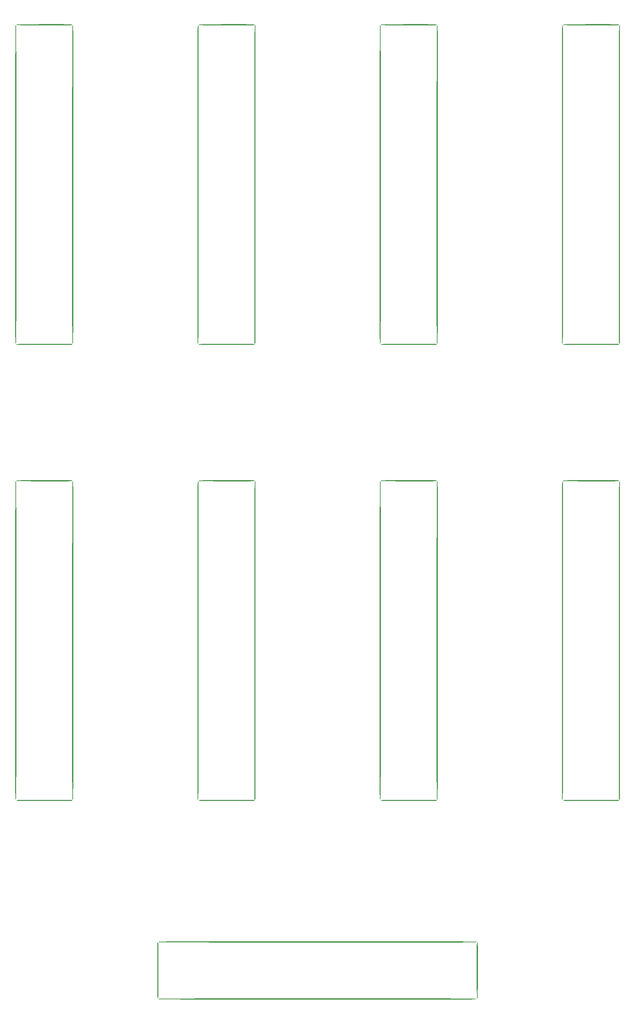
<source format=gbr>
%TF.GenerationSoftware,KiCad,Pcbnew,6.0.11-2627ca5db0~126~ubuntu22.04.1*%
%TF.CreationDate,2025-08-28T10:11:21+02:00*%
%TF.ProjectId,LaserLid,4c617365-724c-4696-942e-6b696361645f,rev?*%
%TF.SameCoordinates,Original*%
%TF.FileFunction,Other,ECO1*%
%FSLAX46Y46*%
G04 Gerber Fmt 4.6, Leading zero omitted, Abs format (unit mm)*
G04 Created by KiCad (PCBNEW 6.0.11-2627ca5db0~126~ubuntu22.04.1) date 2025-08-28 10:11:21*
%MOMM*%
%LPD*%
G01*
G04 APERTURE LIST*
G04 APERTURE END LIST*
%TO.C,G\u002A\u002A\u002A*%
G36*
X142462865Y-285775181D02*
G01*
X144664585Y-285775252D01*
X146753683Y-285775389D01*
X148733100Y-285775609D01*
X150605775Y-285775930D01*
X152374646Y-285776370D01*
X154042654Y-285776948D01*
X155612738Y-285777682D01*
X157087837Y-285778588D01*
X158470891Y-285779687D01*
X159764839Y-285780995D01*
X160972620Y-285782531D01*
X162097175Y-285784312D01*
X163141441Y-285786357D01*
X164108360Y-285788684D01*
X165000870Y-285791311D01*
X165821910Y-285794255D01*
X166574420Y-285797535D01*
X167261340Y-285801170D01*
X167885609Y-285805176D01*
X168450166Y-285809572D01*
X168957950Y-285814377D01*
X169411902Y-285819607D01*
X169814960Y-285825281D01*
X170170065Y-285831418D01*
X170480154Y-285838035D01*
X170748169Y-285845150D01*
X170977047Y-285852781D01*
X171169729Y-285860947D01*
X171329154Y-285869665D01*
X171458262Y-285878954D01*
X171559991Y-285888831D01*
X171637282Y-285899314D01*
X171693073Y-285910422D01*
X171730305Y-285922173D01*
X171751916Y-285934584D01*
X171760846Y-285947674D01*
X171760034Y-285961460D01*
X171752420Y-285975961D01*
X171740944Y-285991195D01*
X171728543Y-286007180D01*
X171722519Y-286016096D01*
X171694546Y-286021588D01*
X171615953Y-286026811D01*
X171484299Y-286031771D01*
X171297140Y-286036471D01*
X171052034Y-286040915D01*
X170746540Y-286045107D01*
X170378214Y-286049050D01*
X169944615Y-286052749D01*
X169443301Y-286056206D01*
X168871828Y-286059427D01*
X168227755Y-286062415D01*
X167508640Y-286065173D01*
X166712040Y-286067706D01*
X165835513Y-286070017D01*
X164876616Y-286072110D01*
X163832908Y-286073990D01*
X162701946Y-286075659D01*
X161481287Y-286077122D01*
X160168491Y-286078382D01*
X158761113Y-286079444D01*
X157256712Y-286080310D01*
X155652846Y-286080986D01*
X153947073Y-286081474D01*
X152136949Y-286081779D01*
X150220034Y-286081905D01*
X148193883Y-286081855D01*
X146056057Y-286081633D01*
X143804111Y-286081242D01*
X141435603Y-286080688D01*
X138948093Y-286079973D01*
X136339136Y-286079102D01*
X133606291Y-286078077D01*
X132465253Y-286077621D01*
X129775380Y-286076504D01*
X127209925Y-286075392D01*
X124765985Y-286074276D01*
X122440659Y-286073146D01*
X120231046Y-286071995D01*
X118134245Y-286070815D01*
X116147355Y-286069595D01*
X114267473Y-286068330D01*
X112491699Y-286067009D01*
X110817132Y-286065624D01*
X109240870Y-286064167D01*
X107760011Y-286062629D01*
X106371655Y-286061002D01*
X105072900Y-286059278D01*
X103860845Y-286057447D01*
X102732588Y-286055502D01*
X101685229Y-286053433D01*
X100715865Y-286051234D01*
X99821596Y-286048894D01*
X98999521Y-286046406D01*
X98246737Y-286043761D01*
X97560343Y-286040950D01*
X96937439Y-286037966D01*
X96375123Y-286034799D01*
X95870493Y-286031441D01*
X95420649Y-286027884D01*
X95022689Y-286024119D01*
X94673711Y-286020138D01*
X94370815Y-286015933D01*
X94111098Y-286011494D01*
X93891661Y-286006813D01*
X93709600Y-286001883D01*
X93562016Y-285996693D01*
X93446007Y-285991237D01*
X93358671Y-285985505D01*
X93297107Y-285979489D01*
X93258413Y-285973180D01*
X93239690Y-285966571D01*
X93236891Y-285963061D01*
X93244736Y-285849896D01*
X93262544Y-285819828D01*
X93328186Y-285817289D01*
X93517704Y-285814786D01*
X93827659Y-285812323D01*
X94254607Y-285809904D01*
X94795109Y-285807532D01*
X95445722Y-285805213D01*
X96203005Y-285802950D01*
X97063518Y-285800746D01*
X98023818Y-285798605D01*
X99080464Y-285796533D01*
X100230015Y-285794531D01*
X101469030Y-285792605D01*
X102794067Y-285790759D01*
X104201685Y-285788995D01*
X105688442Y-285787319D01*
X107250898Y-285785734D01*
X108885610Y-285784243D01*
X110589138Y-285782852D01*
X112358041Y-285781563D01*
X114188876Y-285780381D01*
X116078203Y-285779310D01*
X118022580Y-285778353D01*
X120018566Y-285777514D01*
X122062719Y-285776798D01*
X124151599Y-285776208D01*
X126281763Y-285775749D01*
X128449771Y-285775423D01*
X130652181Y-285775236D01*
X132470985Y-285775188D01*
X135152584Y-285775179D01*
X137709804Y-285775162D01*
X140145584Y-285775157D01*
X142462865Y-285775181D01*
G37*
G36*
X135211004Y-271706545D02*
G01*
X137793719Y-271706635D01*
X140254773Y-271706792D01*
X142596992Y-271707025D01*
X144823207Y-271707338D01*
X146936243Y-271707738D01*
X148938931Y-271708233D01*
X150834097Y-271708828D01*
X152624571Y-271709531D01*
X154313180Y-271710347D01*
X155902753Y-271711284D01*
X157396117Y-271712347D01*
X158796101Y-271713544D01*
X160105533Y-271714880D01*
X161327242Y-271716363D01*
X162464055Y-271717999D01*
X163518800Y-271719795D01*
X164494306Y-271721756D01*
X165393402Y-271723891D01*
X166218914Y-271726204D01*
X166973672Y-271728704D01*
X167660503Y-271731395D01*
X168282236Y-271734286D01*
X168841699Y-271737382D01*
X169341720Y-271740689D01*
X169785127Y-271744216D01*
X170174749Y-271747967D01*
X170513413Y-271751950D01*
X170803948Y-271756171D01*
X171049182Y-271760637D01*
X171251943Y-271765354D01*
X171415059Y-271770328D01*
X171541359Y-271775567D01*
X171633671Y-271781077D01*
X171694822Y-271786865D01*
X171727642Y-271792936D01*
X171735269Y-271797351D01*
X171723411Y-271911709D01*
X171687751Y-271956550D01*
X171637587Y-271961651D01*
X171498739Y-271966496D01*
X171269769Y-271971086D01*
X170949240Y-271975423D01*
X170535714Y-271979511D01*
X170027753Y-271983349D01*
X169423920Y-271986941D01*
X168722778Y-271990289D01*
X167922887Y-271993393D01*
X167022812Y-271996257D01*
X166021115Y-271998881D01*
X164916356Y-272001269D01*
X163707100Y-272003421D01*
X162391909Y-272005340D01*
X160969344Y-272007028D01*
X159437969Y-272008486D01*
X157796345Y-272009717D01*
X156043035Y-272010723D01*
X154176602Y-272011504D01*
X152195607Y-272012064D01*
X150098614Y-272012405D01*
X147884184Y-272012527D01*
X145550880Y-272012433D01*
X143097264Y-272012126D01*
X140521899Y-272011606D01*
X137823347Y-272010876D01*
X135000171Y-272009938D01*
X132430627Y-272008949D01*
X129741970Y-272007832D01*
X127177728Y-272006720D01*
X124734999Y-272005602D01*
X122410881Y-272004472D01*
X120202471Y-272003321D01*
X118106865Y-272002140D01*
X116121163Y-272000920D01*
X114242461Y-271999653D01*
X112467856Y-271998331D01*
X110794446Y-271996946D01*
X109219328Y-271995488D01*
X107739600Y-271993949D01*
X106352359Y-271992321D01*
X105054703Y-271990595D01*
X103843728Y-271988763D01*
X102716533Y-271986816D01*
X101670214Y-271984746D01*
X100701870Y-271982544D01*
X99808597Y-271980202D01*
X98987492Y-271977711D01*
X98235654Y-271975063D01*
X97550180Y-271972250D01*
X96928167Y-271969262D01*
X96366712Y-271966092D01*
X95862913Y-271962731D01*
X95413868Y-271959170D01*
X95016673Y-271955401D01*
X94668426Y-271951416D01*
X94366224Y-271947205D01*
X94107165Y-271942761D01*
X93888347Y-271938076D01*
X93706866Y-271933139D01*
X93559821Y-271927944D01*
X93444307Y-271922481D01*
X93357424Y-271916742D01*
X93296268Y-271910719D01*
X93257936Y-271904403D01*
X93239527Y-271897785D01*
X93236891Y-271894390D01*
X93244736Y-271781224D01*
X93262544Y-271751157D01*
X93328185Y-271748618D01*
X93517704Y-271746116D01*
X93827662Y-271743654D01*
X94254618Y-271741236D01*
X94795134Y-271738866D01*
X95445768Y-271736547D01*
X96203081Y-271734284D01*
X97063633Y-271732081D01*
X98023984Y-271729942D01*
X99080694Y-271727870D01*
X100230324Y-271725869D01*
X101469433Y-271723943D01*
X102794582Y-271722097D01*
X104202330Y-271720334D01*
X105689239Y-271718658D01*
X107251867Y-271717072D01*
X108886775Y-271715582D01*
X110590524Y-271714190D01*
X112359672Y-271712901D01*
X114190781Y-271711719D01*
X116080411Y-271710647D01*
X118025121Y-271709689D01*
X120021471Y-271708850D01*
X122066023Y-271708133D01*
X124155335Y-271707542D01*
X126285969Y-271707081D01*
X128454483Y-271706755D01*
X130657439Y-271706566D01*
X132503799Y-271706517D01*
X135211004Y-271706545D01*
G37*
G36*
X172043264Y-272010282D02*
G01*
X172050303Y-272079865D01*
X172056775Y-272268457D01*
X172062635Y-272567751D01*
X172067838Y-272969439D01*
X172072339Y-273465214D01*
X172076093Y-274046768D01*
X172079056Y-274705792D01*
X172081183Y-275433980D01*
X172082429Y-276223024D01*
X172082750Y-277064616D01*
X172082101Y-277950448D01*
X172080436Y-278872212D01*
X172080363Y-278903471D01*
X172077773Y-279983940D01*
X172075319Y-280944182D01*
X172072852Y-281791288D01*
X172070224Y-282532348D01*
X172067285Y-283174454D01*
X172063888Y-283724697D01*
X172059882Y-284190167D01*
X172055119Y-284577956D01*
X172049452Y-284895153D01*
X172042729Y-285148851D01*
X172034804Y-285346140D01*
X172025527Y-285494111D01*
X172014749Y-285599855D01*
X172002321Y-285670463D01*
X171988096Y-285713026D01*
X171971923Y-285734634D01*
X171953655Y-285742379D01*
X171936842Y-285743359D01*
X171916743Y-285741727D01*
X171898860Y-285732110D01*
X171883043Y-285707422D01*
X171869144Y-285660579D01*
X171857016Y-285584498D01*
X171846509Y-285472092D01*
X171837475Y-285316278D01*
X171829767Y-285109972D01*
X171823234Y-284846088D01*
X171817730Y-284517543D01*
X171813105Y-284117252D01*
X171809212Y-283638131D01*
X171805901Y-283073094D01*
X171803025Y-282415058D01*
X171800435Y-281656938D01*
X171797983Y-280791650D01*
X171795521Y-279812109D01*
X171793324Y-278891005D01*
X171790861Y-277805706D01*
X171788959Y-276840664D01*
X171787712Y-275988822D01*
X171787212Y-275243120D01*
X171787550Y-274596499D01*
X171788820Y-274041899D01*
X171791114Y-273572263D01*
X171794524Y-273180530D01*
X171799143Y-272859641D01*
X171805063Y-272602538D01*
X171812376Y-272402160D01*
X171821175Y-272251450D01*
X171831552Y-272143348D01*
X171843600Y-272070795D01*
X171857410Y-272026732D01*
X171873076Y-272004099D01*
X171883543Y-271997816D01*
X172000797Y-271988772D01*
X172043264Y-272010282D01*
G37*
G36*
X93121356Y-271999696D02*
G01*
X93137451Y-272014214D01*
X93151711Y-272049360D01*
X93164223Y-272112138D01*
X93175074Y-272209556D01*
X93184350Y-272348618D01*
X93192139Y-272536329D01*
X93198527Y-272779695D01*
X93203600Y-273085721D01*
X93207446Y-273461414D01*
X93210152Y-273913778D01*
X93211803Y-274449819D01*
X93212487Y-275076541D01*
X93212291Y-275800952D01*
X93211301Y-276630056D01*
X93209603Y-277570858D01*
X93207285Y-278630365D01*
X93206675Y-278891005D01*
X93204088Y-279972514D01*
X93201637Y-280933789D01*
X93199173Y-281781916D01*
X93196548Y-282523977D01*
X93193615Y-283167059D01*
X93190223Y-283718244D01*
X93186225Y-284184619D01*
X93181473Y-284573267D01*
X93175819Y-284891272D01*
X93169113Y-285145720D01*
X93161207Y-285343694D01*
X93151954Y-285492279D01*
X93141204Y-285598560D01*
X93128809Y-285669620D01*
X93114622Y-285712546D01*
X93098493Y-285734420D01*
X93080274Y-285742327D01*
X93063157Y-285743359D01*
X93043063Y-285741728D01*
X93025183Y-285732113D01*
X93009368Y-285707431D01*
X92995472Y-285660599D01*
X92983344Y-285584535D01*
X92972838Y-285472155D01*
X92963804Y-285316376D01*
X92956095Y-285110116D01*
X92949562Y-284846292D01*
X92944056Y-284517820D01*
X92939431Y-284117618D01*
X92935537Y-283638603D01*
X92932226Y-283073693D01*
X92929349Y-282415803D01*
X92926759Y-281657851D01*
X92924307Y-280792754D01*
X92921846Y-279813430D01*
X92919639Y-278888018D01*
X92917703Y-277842250D01*
X92916959Y-276863026D01*
X92917372Y-275956192D01*
X92918907Y-275127594D01*
X92921529Y-274383075D01*
X92925201Y-273728480D01*
X92929887Y-273169655D01*
X92935554Y-272712444D01*
X92942163Y-272362692D01*
X92949681Y-272126244D01*
X92958071Y-272008944D01*
X92961639Y-271996709D01*
X93065713Y-271985480D01*
X93121356Y-271999696D01*
G37*
G36*
X58050104Y-158244736D02*
G01*
X58080172Y-158262544D01*
X58082711Y-158328186D01*
X58085214Y-158517704D01*
X58087677Y-158827659D01*
X58090096Y-159254607D01*
X58092468Y-159795109D01*
X58094787Y-160445722D01*
X58097050Y-161203005D01*
X58099254Y-162063518D01*
X58101395Y-163023818D01*
X58103467Y-164080464D01*
X58105469Y-165230015D01*
X58107395Y-166469030D01*
X58109241Y-167794067D01*
X58111005Y-169201685D01*
X58112681Y-170688442D01*
X58114266Y-172250898D01*
X58115757Y-173885610D01*
X58117148Y-175589138D01*
X58118437Y-177358041D01*
X58119619Y-179188876D01*
X58120690Y-181078203D01*
X58121647Y-183022580D01*
X58122486Y-185018566D01*
X58123202Y-187062719D01*
X58123792Y-189151599D01*
X58124251Y-191281763D01*
X58124577Y-193449771D01*
X58124764Y-195652181D01*
X58124812Y-197470985D01*
X58124821Y-200152584D01*
X58124838Y-202709804D01*
X58124843Y-205145584D01*
X58124819Y-207462865D01*
X58124748Y-209664585D01*
X58124611Y-211753683D01*
X58124391Y-213733100D01*
X58124070Y-215605775D01*
X58123630Y-217374646D01*
X58123052Y-219042654D01*
X58122318Y-220612738D01*
X58121412Y-222087837D01*
X58120313Y-223470891D01*
X58119005Y-224764839D01*
X58117469Y-225972620D01*
X58115688Y-227097175D01*
X58113643Y-228141441D01*
X58111316Y-229108360D01*
X58108689Y-230000870D01*
X58105745Y-230821910D01*
X58102465Y-231574420D01*
X58098830Y-232261340D01*
X58094824Y-232885609D01*
X58090428Y-233450166D01*
X58085623Y-233957950D01*
X58080393Y-234411902D01*
X58074719Y-234814960D01*
X58068582Y-235170065D01*
X58061965Y-235480154D01*
X58054850Y-235748169D01*
X58047219Y-235977047D01*
X58039053Y-236169729D01*
X58030335Y-236329154D01*
X58021046Y-236458262D01*
X58011169Y-236559991D01*
X58000686Y-236637282D01*
X57989578Y-236693073D01*
X57977827Y-236730305D01*
X57965416Y-236751916D01*
X57952326Y-236760846D01*
X57938540Y-236760034D01*
X57924039Y-236752420D01*
X57908805Y-236740944D01*
X57892820Y-236728543D01*
X57883904Y-236722519D01*
X57878412Y-236694546D01*
X57873189Y-236615953D01*
X57868229Y-236484299D01*
X57863529Y-236297140D01*
X57859085Y-236052034D01*
X57854893Y-235746540D01*
X57850950Y-235378214D01*
X57847251Y-234944615D01*
X57843794Y-234443301D01*
X57840573Y-233871828D01*
X57837585Y-233227755D01*
X57834827Y-232508640D01*
X57832294Y-231712040D01*
X57829983Y-230835513D01*
X57827890Y-229876616D01*
X57826010Y-228832908D01*
X57824341Y-227701946D01*
X57822878Y-226481287D01*
X57821618Y-225168491D01*
X57820556Y-223761113D01*
X57819690Y-222256712D01*
X57819014Y-220652846D01*
X57818526Y-218947073D01*
X57818221Y-217136949D01*
X57818095Y-215220034D01*
X57818145Y-213193883D01*
X57818367Y-211056057D01*
X57818758Y-208804111D01*
X57819312Y-206435603D01*
X57820027Y-203948093D01*
X57820898Y-201339136D01*
X57821923Y-198606291D01*
X57822379Y-197465253D01*
X57823496Y-194775380D01*
X57824608Y-192209925D01*
X57825724Y-189765985D01*
X57826854Y-187440659D01*
X57828005Y-185231046D01*
X57829185Y-183134245D01*
X57830405Y-181147355D01*
X57831670Y-179267473D01*
X57832991Y-177491699D01*
X57834376Y-175817132D01*
X57835833Y-174240870D01*
X57837371Y-172760011D01*
X57838998Y-171371655D01*
X57840722Y-170072900D01*
X57842553Y-168860845D01*
X57844498Y-167732588D01*
X57846567Y-166685229D01*
X57848766Y-165715865D01*
X57851106Y-164821596D01*
X57853594Y-163999521D01*
X57856239Y-163246737D01*
X57859050Y-162560343D01*
X57862034Y-161937439D01*
X57865201Y-161375123D01*
X57868559Y-160870493D01*
X57872116Y-160420649D01*
X57875881Y-160022689D01*
X57879862Y-159673711D01*
X57884067Y-159370815D01*
X57888506Y-159111098D01*
X57893187Y-158891661D01*
X57898117Y-158709600D01*
X57903307Y-158562016D01*
X57908763Y-158446007D01*
X57914495Y-158358671D01*
X57920511Y-158297107D01*
X57926820Y-158258413D01*
X57933429Y-158239690D01*
X57936939Y-158236891D01*
X58050104Y-158244736D01*
G37*
G36*
X72118776Y-158244736D02*
G01*
X72148843Y-158262544D01*
X72151382Y-158328185D01*
X72153884Y-158517704D01*
X72156346Y-158827662D01*
X72158764Y-159254618D01*
X72161134Y-159795134D01*
X72163453Y-160445768D01*
X72165716Y-161203081D01*
X72167919Y-162063633D01*
X72170058Y-163023984D01*
X72172130Y-164080694D01*
X72174131Y-165230324D01*
X72176057Y-166469433D01*
X72177903Y-167794582D01*
X72179666Y-169202330D01*
X72181342Y-170689239D01*
X72182928Y-172251867D01*
X72184418Y-173886775D01*
X72185810Y-175590524D01*
X72187099Y-177359672D01*
X72188281Y-179190781D01*
X72189353Y-181080411D01*
X72190311Y-183025121D01*
X72191150Y-185021471D01*
X72191867Y-187066023D01*
X72192458Y-189155335D01*
X72192919Y-191285969D01*
X72193245Y-193454483D01*
X72193434Y-195657439D01*
X72193483Y-197503799D01*
X72193455Y-200211004D01*
X72193365Y-202793719D01*
X72193208Y-205254773D01*
X72192975Y-207596992D01*
X72192662Y-209823207D01*
X72192262Y-211936243D01*
X72191767Y-213938931D01*
X72191172Y-215834097D01*
X72190469Y-217624571D01*
X72189653Y-219313180D01*
X72188716Y-220902753D01*
X72187653Y-222396117D01*
X72186456Y-223796101D01*
X72185120Y-225105533D01*
X72183637Y-226327242D01*
X72182001Y-227464055D01*
X72180205Y-228518800D01*
X72178244Y-229494306D01*
X72176109Y-230393402D01*
X72173796Y-231218914D01*
X72171296Y-231973672D01*
X72168605Y-232660503D01*
X72165714Y-233282236D01*
X72162618Y-233841699D01*
X72159311Y-234341720D01*
X72155784Y-234785127D01*
X72152033Y-235174749D01*
X72148050Y-235513413D01*
X72143829Y-235803948D01*
X72139363Y-236049182D01*
X72134646Y-236251943D01*
X72129672Y-236415059D01*
X72124433Y-236541359D01*
X72118923Y-236633671D01*
X72113135Y-236694822D01*
X72107064Y-236727642D01*
X72102649Y-236735269D01*
X71988291Y-236723411D01*
X71943450Y-236687751D01*
X71938349Y-236637587D01*
X71933504Y-236498739D01*
X71928914Y-236269769D01*
X71924577Y-235949240D01*
X71920489Y-235535714D01*
X71916651Y-235027753D01*
X71913059Y-234423920D01*
X71909711Y-233722778D01*
X71906607Y-232922887D01*
X71903743Y-232022812D01*
X71901119Y-231021115D01*
X71898731Y-229916356D01*
X71896579Y-228707100D01*
X71894660Y-227391909D01*
X71892972Y-225969344D01*
X71891514Y-224437969D01*
X71890283Y-222796345D01*
X71889277Y-221043035D01*
X71888496Y-219176602D01*
X71887936Y-217195607D01*
X71887595Y-215098614D01*
X71887473Y-212884184D01*
X71887567Y-210550880D01*
X71887874Y-208097264D01*
X71888394Y-205521899D01*
X71889124Y-202823347D01*
X71890062Y-200000171D01*
X71891051Y-197430627D01*
X71892168Y-194741970D01*
X71893280Y-192177728D01*
X71894398Y-189734999D01*
X71895528Y-187410881D01*
X71896679Y-185202471D01*
X71897860Y-183106865D01*
X71899080Y-181121163D01*
X71900347Y-179242461D01*
X71901669Y-177467856D01*
X71903054Y-175794446D01*
X71904512Y-174219328D01*
X71906051Y-172739600D01*
X71907679Y-171352359D01*
X71909405Y-170054703D01*
X71911237Y-168843728D01*
X71913184Y-167716533D01*
X71915254Y-166670214D01*
X71917456Y-165701870D01*
X71919798Y-164808597D01*
X71922289Y-163987492D01*
X71924937Y-163235654D01*
X71927750Y-162550180D01*
X71930738Y-161928167D01*
X71933908Y-161366712D01*
X71937269Y-160862913D01*
X71940830Y-160413868D01*
X71944599Y-160016673D01*
X71948584Y-159668426D01*
X71952795Y-159366224D01*
X71957239Y-159107165D01*
X71961924Y-158888347D01*
X71966861Y-158706866D01*
X71972056Y-158559821D01*
X71977519Y-158444307D01*
X71983258Y-158357424D01*
X71989281Y-158296268D01*
X71995597Y-158257936D01*
X72002215Y-158239527D01*
X72005610Y-158236891D01*
X72118776Y-158244736D01*
G37*
G36*
X69303501Y-236787550D02*
G01*
X69858101Y-236788820D01*
X70327737Y-236791114D01*
X70719470Y-236794524D01*
X71040359Y-236799143D01*
X71297462Y-236805063D01*
X71497840Y-236812376D01*
X71648550Y-236821175D01*
X71756652Y-236831552D01*
X71829205Y-236843600D01*
X71873268Y-236857410D01*
X71895901Y-236873076D01*
X71902184Y-236883543D01*
X71911228Y-237000797D01*
X71889718Y-237043264D01*
X71820135Y-237050303D01*
X71631543Y-237056775D01*
X71332249Y-237062635D01*
X70930561Y-237067838D01*
X70434786Y-237072339D01*
X69853232Y-237076093D01*
X69194208Y-237079056D01*
X68466020Y-237081183D01*
X67676976Y-237082429D01*
X66835384Y-237082750D01*
X65949552Y-237082101D01*
X65027788Y-237080436D01*
X64996529Y-237080363D01*
X63916060Y-237077773D01*
X62955818Y-237075319D01*
X62108712Y-237072852D01*
X61367652Y-237070224D01*
X60725546Y-237067285D01*
X60175303Y-237063888D01*
X59709833Y-237059882D01*
X59322044Y-237055119D01*
X59004847Y-237049452D01*
X58751149Y-237042729D01*
X58553860Y-237034804D01*
X58405889Y-237025527D01*
X58300145Y-237014749D01*
X58229537Y-237002321D01*
X58186974Y-236988096D01*
X58165366Y-236971923D01*
X58157621Y-236953655D01*
X58156641Y-236936842D01*
X58158273Y-236916743D01*
X58167890Y-236898860D01*
X58192578Y-236883043D01*
X58239421Y-236869144D01*
X58315502Y-236857016D01*
X58427908Y-236846509D01*
X58583722Y-236837475D01*
X58790028Y-236829767D01*
X59053912Y-236823234D01*
X59382457Y-236817730D01*
X59782748Y-236813105D01*
X60261869Y-236809212D01*
X60826906Y-236805901D01*
X61484942Y-236803025D01*
X62243062Y-236800435D01*
X63108350Y-236797983D01*
X64087891Y-236795521D01*
X65008995Y-236793324D01*
X66094294Y-236790861D01*
X67059336Y-236788959D01*
X67911178Y-236787712D01*
X68656880Y-236787212D01*
X69303501Y-236787550D01*
G37*
G36*
X67943808Y-157917372D02*
G01*
X68772406Y-157918907D01*
X69516925Y-157921529D01*
X70171520Y-157925201D01*
X70730345Y-157929887D01*
X71187556Y-157935554D01*
X71537308Y-157942163D01*
X71773756Y-157949681D01*
X71891056Y-157958071D01*
X71903291Y-157961639D01*
X71914520Y-158065713D01*
X71900304Y-158121356D01*
X71885786Y-158137451D01*
X71850640Y-158151711D01*
X71787862Y-158164223D01*
X71690444Y-158175074D01*
X71551382Y-158184350D01*
X71363671Y-158192139D01*
X71120305Y-158198527D01*
X70814279Y-158203600D01*
X70438586Y-158207446D01*
X69986222Y-158210152D01*
X69450181Y-158211803D01*
X68823459Y-158212487D01*
X68099048Y-158212291D01*
X67269944Y-158211301D01*
X66329142Y-158209603D01*
X65269635Y-158207285D01*
X65008995Y-158206675D01*
X63927486Y-158204088D01*
X62966211Y-158201637D01*
X62118084Y-158199173D01*
X61376023Y-158196548D01*
X60732941Y-158193615D01*
X60181756Y-158190223D01*
X59715381Y-158186225D01*
X59326733Y-158181473D01*
X59008728Y-158175819D01*
X58754280Y-158169113D01*
X58556306Y-158161207D01*
X58407721Y-158151954D01*
X58301440Y-158141204D01*
X58230380Y-158128809D01*
X58187454Y-158114622D01*
X58165580Y-158098493D01*
X58157673Y-158080274D01*
X58156641Y-158063157D01*
X58158272Y-158043063D01*
X58167887Y-158025183D01*
X58192569Y-158009368D01*
X58239401Y-157995472D01*
X58315465Y-157983344D01*
X58427845Y-157972838D01*
X58583624Y-157963804D01*
X58789884Y-157956095D01*
X59053708Y-157949562D01*
X59382180Y-157944056D01*
X59782382Y-157939431D01*
X60261397Y-157935537D01*
X60826307Y-157932226D01*
X61484197Y-157929349D01*
X62242149Y-157926759D01*
X63107246Y-157924307D01*
X64086570Y-157921846D01*
X65011982Y-157919639D01*
X66057750Y-157917703D01*
X67036974Y-157916959D01*
X67943808Y-157917372D01*
G37*
G36*
X103050104Y-158244736D02*
G01*
X103080172Y-158262544D01*
X103082711Y-158328186D01*
X103085214Y-158517704D01*
X103087677Y-158827659D01*
X103090096Y-159254607D01*
X103092468Y-159795109D01*
X103094787Y-160445722D01*
X103097050Y-161203005D01*
X103099254Y-162063518D01*
X103101395Y-163023818D01*
X103103467Y-164080464D01*
X103105469Y-165230015D01*
X103107395Y-166469030D01*
X103109241Y-167794067D01*
X103111005Y-169201685D01*
X103112681Y-170688442D01*
X103114266Y-172250898D01*
X103115757Y-173885610D01*
X103117148Y-175589138D01*
X103118437Y-177358041D01*
X103119619Y-179188876D01*
X103120690Y-181078203D01*
X103121647Y-183022580D01*
X103122486Y-185018566D01*
X103123202Y-187062719D01*
X103123792Y-189151599D01*
X103124251Y-191281763D01*
X103124577Y-193449771D01*
X103124764Y-195652181D01*
X103124812Y-197470985D01*
X103124821Y-200152584D01*
X103124838Y-202709804D01*
X103124843Y-205145584D01*
X103124819Y-207462865D01*
X103124748Y-209664585D01*
X103124611Y-211753683D01*
X103124391Y-213733100D01*
X103124070Y-215605775D01*
X103123630Y-217374646D01*
X103123052Y-219042654D01*
X103122318Y-220612738D01*
X103121412Y-222087837D01*
X103120313Y-223470891D01*
X103119005Y-224764839D01*
X103117469Y-225972620D01*
X103115688Y-227097175D01*
X103113643Y-228141441D01*
X103111316Y-229108360D01*
X103108689Y-230000870D01*
X103105745Y-230821910D01*
X103102465Y-231574420D01*
X103098830Y-232261340D01*
X103094824Y-232885609D01*
X103090428Y-233450166D01*
X103085623Y-233957950D01*
X103080393Y-234411902D01*
X103074719Y-234814960D01*
X103068582Y-235170065D01*
X103061965Y-235480154D01*
X103054850Y-235748169D01*
X103047219Y-235977047D01*
X103039053Y-236169729D01*
X103030335Y-236329154D01*
X103021046Y-236458262D01*
X103011169Y-236559991D01*
X103000686Y-236637282D01*
X102989578Y-236693073D01*
X102977827Y-236730305D01*
X102965416Y-236751916D01*
X102952326Y-236760846D01*
X102938540Y-236760034D01*
X102924039Y-236752420D01*
X102908805Y-236740944D01*
X102892820Y-236728543D01*
X102883904Y-236722519D01*
X102878412Y-236694546D01*
X102873189Y-236615953D01*
X102868229Y-236484299D01*
X102863529Y-236297140D01*
X102859085Y-236052034D01*
X102854893Y-235746540D01*
X102850950Y-235378214D01*
X102847251Y-234944615D01*
X102843794Y-234443301D01*
X102840573Y-233871828D01*
X102837585Y-233227755D01*
X102834827Y-232508640D01*
X102832294Y-231712040D01*
X102829983Y-230835513D01*
X102827890Y-229876616D01*
X102826010Y-228832908D01*
X102824341Y-227701946D01*
X102822878Y-226481287D01*
X102821618Y-225168491D01*
X102820556Y-223761113D01*
X102819690Y-222256712D01*
X102819014Y-220652846D01*
X102818526Y-218947073D01*
X102818221Y-217136949D01*
X102818095Y-215220034D01*
X102818145Y-213193883D01*
X102818367Y-211056057D01*
X102818758Y-208804111D01*
X102819312Y-206435603D01*
X102820027Y-203948093D01*
X102820898Y-201339136D01*
X102821923Y-198606291D01*
X102822379Y-197465253D01*
X102823496Y-194775380D01*
X102824608Y-192209925D01*
X102825724Y-189765985D01*
X102826854Y-187440659D01*
X102828005Y-185231046D01*
X102829185Y-183134245D01*
X102830405Y-181147355D01*
X102831670Y-179267473D01*
X102832991Y-177491699D01*
X102834376Y-175817132D01*
X102835833Y-174240870D01*
X102837371Y-172760011D01*
X102838998Y-171371655D01*
X102840722Y-170072900D01*
X102842553Y-168860845D01*
X102844498Y-167732588D01*
X102846567Y-166685229D01*
X102848766Y-165715865D01*
X102851106Y-164821596D01*
X102853594Y-163999521D01*
X102856239Y-163246737D01*
X102859050Y-162560343D01*
X102862034Y-161937439D01*
X102865201Y-161375123D01*
X102868559Y-160870493D01*
X102872116Y-160420649D01*
X102875881Y-160022689D01*
X102879862Y-159673711D01*
X102884067Y-159370815D01*
X102888506Y-159111098D01*
X102893187Y-158891661D01*
X102898117Y-158709600D01*
X102903307Y-158562016D01*
X102908763Y-158446007D01*
X102914495Y-158358671D01*
X102920511Y-158297107D01*
X102926820Y-158258413D01*
X102933429Y-158239690D01*
X102936939Y-158236891D01*
X103050104Y-158244736D01*
G37*
G36*
X117118776Y-158244736D02*
G01*
X117148843Y-158262544D01*
X117151382Y-158328185D01*
X117153884Y-158517704D01*
X117156346Y-158827662D01*
X117158764Y-159254618D01*
X117161134Y-159795134D01*
X117163453Y-160445768D01*
X117165716Y-161203081D01*
X117167919Y-162063633D01*
X117170058Y-163023984D01*
X117172130Y-164080694D01*
X117174131Y-165230324D01*
X117176057Y-166469433D01*
X117177903Y-167794582D01*
X117179666Y-169202330D01*
X117181342Y-170689239D01*
X117182928Y-172251867D01*
X117184418Y-173886775D01*
X117185810Y-175590524D01*
X117187099Y-177359672D01*
X117188281Y-179190781D01*
X117189353Y-181080411D01*
X117190311Y-183025121D01*
X117191150Y-185021471D01*
X117191867Y-187066023D01*
X117192458Y-189155335D01*
X117192919Y-191285969D01*
X117193245Y-193454483D01*
X117193434Y-195657439D01*
X117193483Y-197503799D01*
X117193455Y-200211004D01*
X117193365Y-202793719D01*
X117193208Y-205254773D01*
X117192975Y-207596992D01*
X117192662Y-209823207D01*
X117192262Y-211936243D01*
X117191767Y-213938931D01*
X117191172Y-215834097D01*
X117190469Y-217624571D01*
X117189653Y-219313180D01*
X117188716Y-220902753D01*
X117187653Y-222396117D01*
X117186456Y-223796101D01*
X117185120Y-225105533D01*
X117183637Y-226327242D01*
X117182001Y-227464055D01*
X117180205Y-228518800D01*
X117178244Y-229494306D01*
X117176109Y-230393402D01*
X117173796Y-231218914D01*
X117171296Y-231973672D01*
X117168605Y-232660503D01*
X117165714Y-233282236D01*
X117162618Y-233841699D01*
X117159311Y-234341720D01*
X117155784Y-234785127D01*
X117152033Y-235174749D01*
X117148050Y-235513413D01*
X117143829Y-235803948D01*
X117139363Y-236049182D01*
X117134646Y-236251943D01*
X117129672Y-236415059D01*
X117124433Y-236541359D01*
X117118923Y-236633671D01*
X117113135Y-236694822D01*
X117107064Y-236727642D01*
X117102649Y-236735269D01*
X116988291Y-236723411D01*
X116943450Y-236687751D01*
X116938349Y-236637587D01*
X116933504Y-236498739D01*
X116928914Y-236269769D01*
X116924577Y-235949240D01*
X116920489Y-235535714D01*
X116916651Y-235027753D01*
X116913059Y-234423920D01*
X116909711Y-233722778D01*
X116906607Y-232922887D01*
X116903743Y-232022812D01*
X116901119Y-231021115D01*
X116898731Y-229916356D01*
X116896579Y-228707100D01*
X116894660Y-227391909D01*
X116892972Y-225969344D01*
X116891514Y-224437969D01*
X116890283Y-222796345D01*
X116889277Y-221043035D01*
X116888496Y-219176602D01*
X116887936Y-217195607D01*
X116887595Y-215098614D01*
X116887473Y-212884184D01*
X116887567Y-210550880D01*
X116887874Y-208097264D01*
X116888394Y-205521899D01*
X116889124Y-202823347D01*
X116890062Y-200000171D01*
X116891051Y-197430627D01*
X116892168Y-194741970D01*
X116893280Y-192177728D01*
X116894398Y-189734999D01*
X116895528Y-187410881D01*
X116896679Y-185202471D01*
X116897860Y-183106865D01*
X116899080Y-181121163D01*
X116900347Y-179242461D01*
X116901669Y-177467856D01*
X116903054Y-175794446D01*
X116904512Y-174219328D01*
X116906051Y-172739600D01*
X116907679Y-171352359D01*
X116909405Y-170054703D01*
X116911237Y-168843728D01*
X116913184Y-167716533D01*
X116915254Y-166670214D01*
X116917456Y-165701870D01*
X116919798Y-164808597D01*
X116922289Y-163987492D01*
X116924937Y-163235654D01*
X116927750Y-162550180D01*
X116930738Y-161928167D01*
X116933908Y-161366712D01*
X116937269Y-160862913D01*
X116940830Y-160413868D01*
X116944599Y-160016673D01*
X116948584Y-159668426D01*
X116952795Y-159366224D01*
X116957239Y-159107165D01*
X116961924Y-158888347D01*
X116966861Y-158706866D01*
X116972056Y-158559821D01*
X116977519Y-158444307D01*
X116983258Y-158357424D01*
X116989281Y-158296268D01*
X116995597Y-158257936D01*
X117002215Y-158239527D01*
X117005610Y-158236891D01*
X117118776Y-158244736D01*
G37*
G36*
X114303501Y-236787550D02*
G01*
X114858101Y-236788820D01*
X115327737Y-236791114D01*
X115719470Y-236794524D01*
X116040359Y-236799143D01*
X116297462Y-236805063D01*
X116497840Y-236812376D01*
X116648550Y-236821175D01*
X116756652Y-236831552D01*
X116829205Y-236843600D01*
X116873268Y-236857410D01*
X116895901Y-236873076D01*
X116902184Y-236883543D01*
X116911228Y-237000797D01*
X116889718Y-237043264D01*
X116820135Y-237050303D01*
X116631543Y-237056775D01*
X116332249Y-237062635D01*
X115930561Y-237067838D01*
X115434786Y-237072339D01*
X114853232Y-237076093D01*
X114194208Y-237079056D01*
X113466020Y-237081183D01*
X112676976Y-237082429D01*
X111835384Y-237082750D01*
X110949552Y-237082101D01*
X110027788Y-237080436D01*
X109996529Y-237080363D01*
X108916060Y-237077773D01*
X107955818Y-237075319D01*
X107108712Y-237072852D01*
X106367652Y-237070224D01*
X105725546Y-237067285D01*
X105175303Y-237063888D01*
X104709833Y-237059882D01*
X104322044Y-237055119D01*
X104004847Y-237049452D01*
X103751149Y-237042729D01*
X103553860Y-237034804D01*
X103405889Y-237025527D01*
X103300145Y-237014749D01*
X103229537Y-237002321D01*
X103186974Y-236988096D01*
X103165366Y-236971923D01*
X103157621Y-236953655D01*
X103156641Y-236936842D01*
X103158273Y-236916743D01*
X103167890Y-236898860D01*
X103192578Y-236883043D01*
X103239421Y-236869144D01*
X103315502Y-236857016D01*
X103427908Y-236846509D01*
X103583722Y-236837475D01*
X103790028Y-236829767D01*
X104053912Y-236823234D01*
X104382457Y-236817730D01*
X104782748Y-236813105D01*
X105261869Y-236809212D01*
X105826906Y-236805901D01*
X106484942Y-236803025D01*
X107243062Y-236800435D01*
X108108350Y-236797983D01*
X109087891Y-236795521D01*
X110008995Y-236793324D01*
X111094294Y-236790861D01*
X112059336Y-236788959D01*
X112911178Y-236787712D01*
X113656880Y-236787212D01*
X114303501Y-236787550D01*
G37*
G36*
X112943808Y-157917372D02*
G01*
X113772406Y-157918907D01*
X114516925Y-157921529D01*
X115171520Y-157925201D01*
X115730345Y-157929887D01*
X116187556Y-157935554D01*
X116537308Y-157942163D01*
X116773756Y-157949681D01*
X116891056Y-157958071D01*
X116903291Y-157961639D01*
X116914520Y-158065713D01*
X116900304Y-158121356D01*
X116885786Y-158137451D01*
X116850640Y-158151711D01*
X116787862Y-158164223D01*
X116690444Y-158175074D01*
X116551382Y-158184350D01*
X116363671Y-158192139D01*
X116120305Y-158198527D01*
X115814279Y-158203600D01*
X115438586Y-158207446D01*
X114986222Y-158210152D01*
X114450181Y-158211803D01*
X113823459Y-158212487D01*
X113099048Y-158212291D01*
X112269944Y-158211301D01*
X111329142Y-158209603D01*
X110269635Y-158207285D01*
X110008995Y-158206675D01*
X108927486Y-158204088D01*
X107966211Y-158201637D01*
X107118084Y-158199173D01*
X106376023Y-158196548D01*
X105732941Y-158193615D01*
X105181756Y-158190223D01*
X104715381Y-158186225D01*
X104326733Y-158181473D01*
X104008728Y-158175819D01*
X103754280Y-158169113D01*
X103556306Y-158161207D01*
X103407721Y-158151954D01*
X103301440Y-158141204D01*
X103230380Y-158128809D01*
X103187454Y-158114622D01*
X103165580Y-158098493D01*
X103157673Y-158080274D01*
X103156641Y-158063157D01*
X103158272Y-158043063D01*
X103167887Y-158025183D01*
X103192569Y-158009368D01*
X103239401Y-157995472D01*
X103315465Y-157983344D01*
X103427845Y-157972838D01*
X103583624Y-157963804D01*
X103789884Y-157956095D01*
X104053708Y-157949562D01*
X104382180Y-157944056D01*
X104782382Y-157939431D01*
X105261397Y-157935537D01*
X105826307Y-157932226D01*
X106484197Y-157929349D01*
X107242149Y-157926759D01*
X108107246Y-157924307D01*
X109086570Y-157921846D01*
X110011982Y-157919639D01*
X111057750Y-157917703D01*
X112036974Y-157916959D01*
X112943808Y-157917372D01*
G37*
G36*
X148050104Y-158244736D02*
G01*
X148080172Y-158262544D01*
X148082711Y-158328186D01*
X148085214Y-158517704D01*
X148087677Y-158827659D01*
X148090096Y-159254607D01*
X148092468Y-159795109D01*
X148094787Y-160445722D01*
X148097050Y-161203005D01*
X148099254Y-162063518D01*
X148101395Y-163023818D01*
X148103467Y-164080464D01*
X148105469Y-165230015D01*
X148107395Y-166469030D01*
X148109241Y-167794067D01*
X148111005Y-169201685D01*
X148112681Y-170688442D01*
X148114266Y-172250898D01*
X148115757Y-173885610D01*
X148117148Y-175589138D01*
X148118437Y-177358041D01*
X148119619Y-179188876D01*
X148120690Y-181078203D01*
X148121647Y-183022580D01*
X148122486Y-185018566D01*
X148123202Y-187062719D01*
X148123792Y-189151599D01*
X148124251Y-191281763D01*
X148124577Y-193449771D01*
X148124764Y-195652181D01*
X148124812Y-197470985D01*
X148124821Y-200152584D01*
X148124838Y-202709804D01*
X148124843Y-205145584D01*
X148124819Y-207462865D01*
X148124748Y-209664585D01*
X148124611Y-211753683D01*
X148124391Y-213733100D01*
X148124070Y-215605775D01*
X148123630Y-217374646D01*
X148123052Y-219042654D01*
X148122318Y-220612738D01*
X148121412Y-222087837D01*
X148120313Y-223470891D01*
X148119005Y-224764839D01*
X148117469Y-225972620D01*
X148115688Y-227097175D01*
X148113643Y-228141441D01*
X148111316Y-229108360D01*
X148108689Y-230000870D01*
X148105745Y-230821910D01*
X148102465Y-231574420D01*
X148098830Y-232261340D01*
X148094824Y-232885609D01*
X148090428Y-233450166D01*
X148085623Y-233957950D01*
X148080393Y-234411902D01*
X148074719Y-234814960D01*
X148068582Y-235170065D01*
X148061965Y-235480154D01*
X148054850Y-235748169D01*
X148047219Y-235977047D01*
X148039053Y-236169729D01*
X148030335Y-236329154D01*
X148021046Y-236458262D01*
X148011169Y-236559991D01*
X148000686Y-236637282D01*
X147989578Y-236693073D01*
X147977827Y-236730305D01*
X147965416Y-236751916D01*
X147952326Y-236760846D01*
X147938540Y-236760034D01*
X147924039Y-236752420D01*
X147908805Y-236740944D01*
X147892820Y-236728543D01*
X147883904Y-236722519D01*
X147878412Y-236694546D01*
X147873189Y-236615953D01*
X147868229Y-236484299D01*
X147863529Y-236297140D01*
X147859085Y-236052034D01*
X147854893Y-235746540D01*
X147850950Y-235378214D01*
X147847251Y-234944615D01*
X147843794Y-234443301D01*
X147840573Y-233871828D01*
X147837585Y-233227755D01*
X147834827Y-232508640D01*
X147832294Y-231712040D01*
X147829983Y-230835513D01*
X147827890Y-229876616D01*
X147826010Y-228832908D01*
X147824341Y-227701946D01*
X147822878Y-226481287D01*
X147821618Y-225168491D01*
X147820556Y-223761113D01*
X147819690Y-222256712D01*
X147819014Y-220652846D01*
X147818526Y-218947073D01*
X147818221Y-217136949D01*
X147818095Y-215220034D01*
X147818145Y-213193883D01*
X147818367Y-211056057D01*
X147818758Y-208804111D01*
X147819312Y-206435603D01*
X147820027Y-203948093D01*
X147820898Y-201339136D01*
X147821923Y-198606291D01*
X147822379Y-197465253D01*
X147823496Y-194775380D01*
X147824608Y-192209925D01*
X147825724Y-189765985D01*
X147826854Y-187440659D01*
X147828005Y-185231046D01*
X147829185Y-183134245D01*
X147830405Y-181147355D01*
X147831670Y-179267473D01*
X147832991Y-177491699D01*
X147834376Y-175817132D01*
X147835833Y-174240870D01*
X147837371Y-172760011D01*
X147838998Y-171371655D01*
X147840722Y-170072900D01*
X147842553Y-168860845D01*
X147844498Y-167732588D01*
X147846567Y-166685229D01*
X147848766Y-165715865D01*
X147851106Y-164821596D01*
X147853594Y-163999521D01*
X147856239Y-163246737D01*
X147859050Y-162560343D01*
X147862034Y-161937439D01*
X147865201Y-161375123D01*
X147868559Y-160870493D01*
X147872116Y-160420649D01*
X147875881Y-160022689D01*
X147879862Y-159673711D01*
X147884067Y-159370815D01*
X147888506Y-159111098D01*
X147893187Y-158891661D01*
X147898117Y-158709600D01*
X147903307Y-158562016D01*
X147908763Y-158446007D01*
X147914495Y-158358671D01*
X147920511Y-158297107D01*
X147926820Y-158258413D01*
X147933429Y-158239690D01*
X147936939Y-158236891D01*
X148050104Y-158244736D01*
G37*
G36*
X162118776Y-158244736D02*
G01*
X162148843Y-158262544D01*
X162151382Y-158328185D01*
X162153884Y-158517704D01*
X162156346Y-158827662D01*
X162158764Y-159254618D01*
X162161134Y-159795134D01*
X162163453Y-160445768D01*
X162165716Y-161203081D01*
X162167919Y-162063633D01*
X162170058Y-163023984D01*
X162172130Y-164080694D01*
X162174131Y-165230324D01*
X162176057Y-166469433D01*
X162177903Y-167794582D01*
X162179666Y-169202330D01*
X162181342Y-170689239D01*
X162182928Y-172251867D01*
X162184418Y-173886775D01*
X162185810Y-175590524D01*
X162187099Y-177359672D01*
X162188281Y-179190781D01*
X162189353Y-181080411D01*
X162190311Y-183025121D01*
X162191150Y-185021471D01*
X162191867Y-187066023D01*
X162192458Y-189155335D01*
X162192919Y-191285969D01*
X162193245Y-193454483D01*
X162193434Y-195657439D01*
X162193483Y-197503799D01*
X162193455Y-200211004D01*
X162193365Y-202793719D01*
X162193208Y-205254773D01*
X162192975Y-207596992D01*
X162192662Y-209823207D01*
X162192262Y-211936243D01*
X162191767Y-213938931D01*
X162191172Y-215834097D01*
X162190469Y-217624571D01*
X162189653Y-219313180D01*
X162188716Y-220902753D01*
X162187653Y-222396117D01*
X162186456Y-223796101D01*
X162185120Y-225105533D01*
X162183637Y-226327242D01*
X162182001Y-227464055D01*
X162180205Y-228518800D01*
X162178244Y-229494306D01*
X162176109Y-230393402D01*
X162173796Y-231218914D01*
X162171296Y-231973672D01*
X162168605Y-232660503D01*
X162165714Y-233282236D01*
X162162618Y-233841699D01*
X162159311Y-234341720D01*
X162155784Y-234785127D01*
X162152033Y-235174749D01*
X162148050Y-235513413D01*
X162143829Y-235803948D01*
X162139363Y-236049182D01*
X162134646Y-236251943D01*
X162129672Y-236415059D01*
X162124433Y-236541359D01*
X162118923Y-236633671D01*
X162113135Y-236694822D01*
X162107064Y-236727642D01*
X162102649Y-236735269D01*
X161988291Y-236723411D01*
X161943450Y-236687751D01*
X161938349Y-236637587D01*
X161933504Y-236498739D01*
X161928914Y-236269769D01*
X161924577Y-235949240D01*
X161920489Y-235535714D01*
X161916651Y-235027753D01*
X161913059Y-234423920D01*
X161909711Y-233722778D01*
X161906607Y-232922887D01*
X161903743Y-232022812D01*
X161901119Y-231021115D01*
X161898731Y-229916356D01*
X161896579Y-228707100D01*
X161894660Y-227391909D01*
X161892972Y-225969344D01*
X161891514Y-224437969D01*
X161890283Y-222796345D01*
X161889277Y-221043035D01*
X161888496Y-219176602D01*
X161887936Y-217195607D01*
X161887595Y-215098614D01*
X161887473Y-212884184D01*
X161887567Y-210550880D01*
X161887874Y-208097264D01*
X161888394Y-205521899D01*
X161889124Y-202823347D01*
X161890062Y-200000171D01*
X161891051Y-197430627D01*
X161892168Y-194741970D01*
X161893280Y-192177728D01*
X161894398Y-189734999D01*
X161895528Y-187410881D01*
X161896679Y-185202471D01*
X161897860Y-183106865D01*
X161899080Y-181121163D01*
X161900347Y-179242461D01*
X161901669Y-177467856D01*
X161903054Y-175794446D01*
X161904512Y-174219328D01*
X161906051Y-172739600D01*
X161907679Y-171352359D01*
X161909405Y-170054703D01*
X161911237Y-168843728D01*
X161913184Y-167716533D01*
X161915254Y-166670214D01*
X161917456Y-165701870D01*
X161919798Y-164808597D01*
X161922289Y-163987492D01*
X161924937Y-163235654D01*
X161927750Y-162550180D01*
X161930738Y-161928167D01*
X161933908Y-161366712D01*
X161937269Y-160862913D01*
X161940830Y-160413868D01*
X161944599Y-160016673D01*
X161948584Y-159668426D01*
X161952795Y-159366224D01*
X161957239Y-159107165D01*
X161961924Y-158888347D01*
X161966861Y-158706866D01*
X161972056Y-158559821D01*
X161977519Y-158444307D01*
X161983258Y-158357424D01*
X161989281Y-158296268D01*
X161995597Y-158257936D01*
X162002215Y-158239527D01*
X162005610Y-158236891D01*
X162118776Y-158244736D01*
G37*
G36*
X159303501Y-236787550D02*
G01*
X159858101Y-236788820D01*
X160327737Y-236791114D01*
X160719470Y-236794524D01*
X161040359Y-236799143D01*
X161297462Y-236805063D01*
X161497840Y-236812376D01*
X161648550Y-236821175D01*
X161756652Y-236831552D01*
X161829205Y-236843600D01*
X161873268Y-236857410D01*
X161895901Y-236873076D01*
X161902184Y-236883543D01*
X161911228Y-237000797D01*
X161889718Y-237043264D01*
X161820135Y-237050303D01*
X161631543Y-237056775D01*
X161332249Y-237062635D01*
X160930561Y-237067838D01*
X160434786Y-237072339D01*
X159853232Y-237076093D01*
X159194208Y-237079056D01*
X158466020Y-237081183D01*
X157676976Y-237082429D01*
X156835384Y-237082750D01*
X155949552Y-237082101D01*
X155027788Y-237080436D01*
X154996529Y-237080363D01*
X153916060Y-237077773D01*
X152955818Y-237075319D01*
X152108712Y-237072852D01*
X151367652Y-237070224D01*
X150725546Y-237067285D01*
X150175303Y-237063888D01*
X149709833Y-237059882D01*
X149322044Y-237055119D01*
X149004847Y-237049452D01*
X148751149Y-237042729D01*
X148553860Y-237034804D01*
X148405889Y-237025527D01*
X148300145Y-237014749D01*
X148229537Y-237002321D01*
X148186974Y-236988096D01*
X148165366Y-236971923D01*
X148157621Y-236953655D01*
X148156641Y-236936842D01*
X148158273Y-236916743D01*
X148167890Y-236898860D01*
X148192578Y-236883043D01*
X148239421Y-236869144D01*
X148315502Y-236857016D01*
X148427908Y-236846509D01*
X148583722Y-236837475D01*
X148790028Y-236829767D01*
X149053912Y-236823234D01*
X149382457Y-236817730D01*
X149782748Y-236813105D01*
X150261869Y-236809212D01*
X150826906Y-236805901D01*
X151484942Y-236803025D01*
X152243062Y-236800435D01*
X153108350Y-236797983D01*
X154087891Y-236795521D01*
X155008995Y-236793324D01*
X156094294Y-236790861D01*
X157059336Y-236788959D01*
X157911178Y-236787712D01*
X158656880Y-236787212D01*
X159303501Y-236787550D01*
G37*
G36*
X157943808Y-157917372D02*
G01*
X158772406Y-157918907D01*
X159516925Y-157921529D01*
X160171520Y-157925201D01*
X160730345Y-157929887D01*
X161187556Y-157935554D01*
X161537308Y-157942163D01*
X161773756Y-157949681D01*
X161891056Y-157958071D01*
X161903291Y-157961639D01*
X161914520Y-158065713D01*
X161900304Y-158121356D01*
X161885786Y-158137451D01*
X161850640Y-158151711D01*
X161787862Y-158164223D01*
X161690444Y-158175074D01*
X161551382Y-158184350D01*
X161363671Y-158192139D01*
X161120305Y-158198527D01*
X160814279Y-158203600D01*
X160438586Y-158207446D01*
X159986222Y-158210152D01*
X159450181Y-158211803D01*
X158823459Y-158212487D01*
X158099048Y-158212291D01*
X157269944Y-158211301D01*
X156329142Y-158209603D01*
X155269635Y-158207285D01*
X155008995Y-158206675D01*
X153927486Y-158204088D01*
X152966211Y-158201637D01*
X152118084Y-158199173D01*
X151376023Y-158196548D01*
X150732941Y-158193615D01*
X150181756Y-158190223D01*
X149715381Y-158186225D01*
X149326733Y-158181473D01*
X149008728Y-158175819D01*
X148754280Y-158169113D01*
X148556306Y-158161207D01*
X148407721Y-158151954D01*
X148301440Y-158141204D01*
X148230380Y-158128809D01*
X148187454Y-158114622D01*
X148165580Y-158098493D01*
X148157673Y-158080274D01*
X148156641Y-158063157D01*
X148158272Y-158043063D01*
X148167887Y-158025183D01*
X148192569Y-158009368D01*
X148239401Y-157995472D01*
X148315465Y-157983344D01*
X148427845Y-157972838D01*
X148583624Y-157963804D01*
X148789884Y-157956095D01*
X149053708Y-157949562D01*
X149382180Y-157944056D01*
X149782382Y-157939431D01*
X150261397Y-157935537D01*
X150826307Y-157932226D01*
X151484197Y-157929349D01*
X152242149Y-157926759D01*
X153107246Y-157924307D01*
X154086570Y-157921846D01*
X155011982Y-157919639D01*
X156057750Y-157917703D01*
X157036974Y-157916959D01*
X157943808Y-157917372D01*
G37*
G36*
X193050104Y-158244736D02*
G01*
X193080172Y-158262544D01*
X193082711Y-158328186D01*
X193085214Y-158517704D01*
X193087677Y-158827659D01*
X193090096Y-159254607D01*
X193092468Y-159795109D01*
X193094787Y-160445722D01*
X193097050Y-161203005D01*
X193099254Y-162063518D01*
X193101395Y-163023818D01*
X193103467Y-164080464D01*
X193105469Y-165230015D01*
X193107395Y-166469030D01*
X193109241Y-167794067D01*
X193111005Y-169201685D01*
X193112681Y-170688442D01*
X193114266Y-172250898D01*
X193115757Y-173885610D01*
X193117148Y-175589138D01*
X193118437Y-177358041D01*
X193119619Y-179188876D01*
X193120690Y-181078203D01*
X193121647Y-183022580D01*
X193122486Y-185018566D01*
X193123202Y-187062719D01*
X193123792Y-189151599D01*
X193124251Y-191281763D01*
X193124577Y-193449771D01*
X193124764Y-195652181D01*
X193124812Y-197470985D01*
X193124821Y-200152584D01*
X193124838Y-202709804D01*
X193124843Y-205145584D01*
X193124819Y-207462865D01*
X193124748Y-209664585D01*
X193124611Y-211753683D01*
X193124391Y-213733100D01*
X193124070Y-215605775D01*
X193123630Y-217374646D01*
X193123052Y-219042654D01*
X193122318Y-220612738D01*
X193121412Y-222087837D01*
X193120313Y-223470891D01*
X193119005Y-224764839D01*
X193117469Y-225972620D01*
X193115688Y-227097175D01*
X193113643Y-228141441D01*
X193111316Y-229108360D01*
X193108689Y-230000870D01*
X193105745Y-230821910D01*
X193102465Y-231574420D01*
X193098830Y-232261340D01*
X193094824Y-232885609D01*
X193090428Y-233450166D01*
X193085623Y-233957950D01*
X193080393Y-234411902D01*
X193074719Y-234814960D01*
X193068582Y-235170065D01*
X193061965Y-235480154D01*
X193054850Y-235748169D01*
X193047219Y-235977047D01*
X193039053Y-236169729D01*
X193030335Y-236329154D01*
X193021046Y-236458262D01*
X193011169Y-236559991D01*
X193000686Y-236637282D01*
X192989578Y-236693073D01*
X192977827Y-236730305D01*
X192965416Y-236751916D01*
X192952326Y-236760846D01*
X192938540Y-236760034D01*
X192924039Y-236752420D01*
X192908805Y-236740944D01*
X192892820Y-236728543D01*
X192883904Y-236722519D01*
X192878412Y-236694546D01*
X192873189Y-236615953D01*
X192868229Y-236484299D01*
X192863529Y-236297140D01*
X192859085Y-236052034D01*
X192854893Y-235746540D01*
X192850950Y-235378214D01*
X192847251Y-234944615D01*
X192843794Y-234443301D01*
X192840573Y-233871828D01*
X192837585Y-233227755D01*
X192834827Y-232508640D01*
X192832294Y-231712040D01*
X192829983Y-230835513D01*
X192827890Y-229876616D01*
X192826010Y-228832908D01*
X192824341Y-227701946D01*
X192822878Y-226481287D01*
X192821618Y-225168491D01*
X192820556Y-223761113D01*
X192819690Y-222256712D01*
X192819014Y-220652846D01*
X192818526Y-218947073D01*
X192818221Y-217136949D01*
X192818095Y-215220034D01*
X192818145Y-213193883D01*
X192818367Y-211056057D01*
X192818758Y-208804111D01*
X192819312Y-206435603D01*
X192820027Y-203948093D01*
X192820898Y-201339136D01*
X192821923Y-198606291D01*
X192822379Y-197465253D01*
X192823496Y-194775380D01*
X192824608Y-192209925D01*
X192825724Y-189765985D01*
X192826854Y-187440659D01*
X192828005Y-185231046D01*
X192829185Y-183134245D01*
X192830405Y-181147355D01*
X192831670Y-179267473D01*
X192832991Y-177491699D01*
X192834376Y-175817132D01*
X192835833Y-174240870D01*
X192837371Y-172760011D01*
X192838998Y-171371655D01*
X192840722Y-170072900D01*
X192842553Y-168860845D01*
X192844498Y-167732588D01*
X192846567Y-166685229D01*
X192848766Y-165715865D01*
X192851106Y-164821596D01*
X192853594Y-163999521D01*
X192856239Y-163246737D01*
X192859050Y-162560343D01*
X192862034Y-161937439D01*
X192865201Y-161375123D01*
X192868559Y-160870493D01*
X192872116Y-160420649D01*
X192875881Y-160022689D01*
X192879862Y-159673711D01*
X192884067Y-159370815D01*
X192888506Y-159111098D01*
X192893187Y-158891661D01*
X192898117Y-158709600D01*
X192903307Y-158562016D01*
X192908763Y-158446007D01*
X192914495Y-158358671D01*
X192920511Y-158297107D01*
X192926820Y-158258413D01*
X192933429Y-158239690D01*
X192936939Y-158236891D01*
X193050104Y-158244736D01*
G37*
G36*
X207118776Y-158244736D02*
G01*
X207148843Y-158262544D01*
X207151382Y-158328185D01*
X207153884Y-158517704D01*
X207156346Y-158827662D01*
X207158764Y-159254618D01*
X207161134Y-159795134D01*
X207163453Y-160445768D01*
X207165716Y-161203081D01*
X207167919Y-162063633D01*
X207170058Y-163023984D01*
X207172130Y-164080694D01*
X207174131Y-165230324D01*
X207176057Y-166469433D01*
X207177903Y-167794582D01*
X207179666Y-169202330D01*
X207181342Y-170689239D01*
X207182928Y-172251867D01*
X207184418Y-173886775D01*
X207185810Y-175590524D01*
X207187099Y-177359672D01*
X207188281Y-179190781D01*
X207189353Y-181080411D01*
X207190311Y-183025121D01*
X207191150Y-185021471D01*
X207191867Y-187066023D01*
X207192458Y-189155335D01*
X207192919Y-191285969D01*
X207193245Y-193454483D01*
X207193434Y-195657439D01*
X207193483Y-197503799D01*
X207193455Y-200211004D01*
X207193365Y-202793719D01*
X207193208Y-205254773D01*
X207192975Y-207596992D01*
X207192662Y-209823207D01*
X207192262Y-211936243D01*
X207191767Y-213938931D01*
X207191172Y-215834097D01*
X207190469Y-217624571D01*
X207189653Y-219313180D01*
X207188716Y-220902753D01*
X207187653Y-222396117D01*
X207186456Y-223796101D01*
X207185120Y-225105533D01*
X207183637Y-226327242D01*
X207182001Y-227464055D01*
X207180205Y-228518800D01*
X207178244Y-229494306D01*
X207176109Y-230393402D01*
X207173796Y-231218914D01*
X207171296Y-231973672D01*
X207168605Y-232660503D01*
X207165714Y-233282236D01*
X207162618Y-233841699D01*
X207159311Y-234341720D01*
X207155784Y-234785127D01*
X207152033Y-235174749D01*
X207148050Y-235513413D01*
X207143829Y-235803948D01*
X207139363Y-236049182D01*
X207134646Y-236251943D01*
X207129672Y-236415059D01*
X207124433Y-236541359D01*
X207118923Y-236633671D01*
X207113135Y-236694822D01*
X207107064Y-236727642D01*
X207102649Y-236735269D01*
X206988291Y-236723411D01*
X206943450Y-236687751D01*
X206938349Y-236637587D01*
X206933504Y-236498739D01*
X206928914Y-236269769D01*
X206924577Y-235949240D01*
X206920489Y-235535714D01*
X206916651Y-235027753D01*
X206913059Y-234423920D01*
X206909711Y-233722778D01*
X206906607Y-232922887D01*
X206903743Y-232022812D01*
X206901119Y-231021115D01*
X206898731Y-229916356D01*
X206896579Y-228707100D01*
X206894660Y-227391909D01*
X206892972Y-225969344D01*
X206891514Y-224437969D01*
X206890283Y-222796345D01*
X206889277Y-221043035D01*
X206888496Y-219176602D01*
X206887936Y-217195607D01*
X206887595Y-215098614D01*
X206887473Y-212884184D01*
X206887567Y-210550880D01*
X206887874Y-208097264D01*
X206888394Y-205521899D01*
X206889124Y-202823347D01*
X206890062Y-200000171D01*
X206891051Y-197430627D01*
X206892168Y-194741970D01*
X206893280Y-192177728D01*
X206894398Y-189734999D01*
X206895528Y-187410881D01*
X206896679Y-185202471D01*
X206897860Y-183106865D01*
X206899080Y-181121163D01*
X206900347Y-179242461D01*
X206901669Y-177467856D01*
X206903054Y-175794446D01*
X206904512Y-174219328D01*
X206906051Y-172739600D01*
X206907679Y-171352359D01*
X206909405Y-170054703D01*
X206911237Y-168843728D01*
X206913184Y-167716533D01*
X206915254Y-166670214D01*
X206917456Y-165701870D01*
X206919798Y-164808597D01*
X206922289Y-163987492D01*
X206924937Y-163235654D01*
X206927750Y-162550180D01*
X206930738Y-161928167D01*
X206933908Y-161366712D01*
X206937269Y-160862913D01*
X206940830Y-160413868D01*
X206944599Y-160016673D01*
X206948584Y-159668426D01*
X206952795Y-159366224D01*
X206957239Y-159107165D01*
X206961924Y-158888347D01*
X206966861Y-158706866D01*
X206972056Y-158559821D01*
X206977519Y-158444307D01*
X206983258Y-158357424D01*
X206989281Y-158296268D01*
X206995597Y-158257936D01*
X207002215Y-158239527D01*
X207005610Y-158236891D01*
X207118776Y-158244736D01*
G37*
G36*
X204303501Y-236787550D02*
G01*
X204858101Y-236788820D01*
X205327737Y-236791114D01*
X205719470Y-236794524D01*
X206040359Y-236799143D01*
X206297462Y-236805063D01*
X206497840Y-236812376D01*
X206648550Y-236821175D01*
X206756652Y-236831552D01*
X206829205Y-236843600D01*
X206873268Y-236857410D01*
X206895901Y-236873076D01*
X206902184Y-236883543D01*
X206911228Y-237000797D01*
X206889718Y-237043264D01*
X206820135Y-237050303D01*
X206631543Y-237056775D01*
X206332249Y-237062635D01*
X205930561Y-237067838D01*
X205434786Y-237072339D01*
X204853232Y-237076093D01*
X204194208Y-237079056D01*
X203466020Y-237081183D01*
X202676976Y-237082429D01*
X201835384Y-237082750D01*
X200949552Y-237082101D01*
X200027788Y-237080436D01*
X199996529Y-237080363D01*
X198916060Y-237077773D01*
X197955818Y-237075319D01*
X197108712Y-237072852D01*
X196367652Y-237070224D01*
X195725546Y-237067285D01*
X195175303Y-237063888D01*
X194709833Y-237059882D01*
X194322044Y-237055119D01*
X194004847Y-237049452D01*
X193751149Y-237042729D01*
X193553860Y-237034804D01*
X193405889Y-237025527D01*
X193300145Y-237014749D01*
X193229537Y-237002321D01*
X193186974Y-236988096D01*
X193165366Y-236971923D01*
X193157621Y-236953655D01*
X193156641Y-236936842D01*
X193158273Y-236916743D01*
X193167890Y-236898860D01*
X193192578Y-236883043D01*
X193239421Y-236869144D01*
X193315502Y-236857016D01*
X193427908Y-236846509D01*
X193583722Y-236837475D01*
X193790028Y-236829767D01*
X194053912Y-236823234D01*
X194382457Y-236817730D01*
X194782748Y-236813105D01*
X195261869Y-236809212D01*
X195826906Y-236805901D01*
X196484942Y-236803025D01*
X197243062Y-236800435D01*
X198108350Y-236797983D01*
X199087891Y-236795521D01*
X200008995Y-236793324D01*
X201094294Y-236790861D01*
X202059336Y-236788959D01*
X202911178Y-236787712D01*
X203656880Y-236787212D01*
X204303501Y-236787550D01*
G37*
G36*
X202943808Y-157917372D02*
G01*
X203772406Y-157918907D01*
X204516925Y-157921529D01*
X205171520Y-157925201D01*
X205730345Y-157929887D01*
X206187556Y-157935554D01*
X206537308Y-157942163D01*
X206773756Y-157949681D01*
X206891056Y-157958071D01*
X206903291Y-157961639D01*
X206914520Y-158065713D01*
X206900304Y-158121356D01*
X206885786Y-158137451D01*
X206850640Y-158151711D01*
X206787862Y-158164223D01*
X206690444Y-158175074D01*
X206551382Y-158184350D01*
X206363671Y-158192139D01*
X206120305Y-158198527D01*
X205814279Y-158203600D01*
X205438586Y-158207446D01*
X204986222Y-158210152D01*
X204450181Y-158211803D01*
X203823459Y-158212487D01*
X203099048Y-158212291D01*
X202269944Y-158211301D01*
X201329142Y-158209603D01*
X200269635Y-158207285D01*
X200008995Y-158206675D01*
X198927486Y-158204088D01*
X197966211Y-158201637D01*
X197118084Y-158199173D01*
X196376023Y-158196548D01*
X195732941Y-158193615D01*
X195181756Y-158190223D01*
X194715381Y-158186225D01*
X194326733Y-158181473D01*
X194008728Y-158175819D01*
X193754280Y-158169113D01*
X193556306Y-158161207D01*
X193407721Y-158151954D01*
X193301440Y-158141204D01*
X193230380Y-158128809D01*
X193187454Y-158114622D01*
X193165580Y-158098493D01*
X193157673Y-158080274D01*
X193156641Y-158063157D01*
X193158272Y-158043063D01*
X193167887Y-158025183D01*
X193192569Y-158009368D01*
X193239401Y-157995472D01*
X193315465Y-157983344D01*
X193427845Y-157972838D01*
X193583624Y-157963804D01*
X193789884Y-157956095D01*
X194053708Y-157949562D01*
X194382180Y-157944056D01*
X194782382Y-157939431D01*
X195261397Y-157935537D01*
X195826307Y-157932226D01*
X196484197Y-157929349D01*
X197242149Y-157926759D01*
X198107246Y-157924307D01*
X199086570Y-157921846D01*
X200011982Y-157919639D01*
X201057750Y-157917703D01*
X202036974Y-157916959D01*
X202943808Y-157917372D01*
G37*
G36*
X193050104Y-45744736D02*
G01*
X193080172Y-45762544D01*
X193082711Y-45828186D01*
X193085214Y-46017704D01*
X193087677Y-46327659D01*
X193090096Y-46754607D01*
X193092468Y-47295109D01*
X193094787Y-47945722D01*
X193097050Y-48703005D01*
X193099254Y-49563518D01*
X193101395Y-50523818D01*
X193103467Y-51580464D01*
X193105469Y-52730015D01*
X193107395Y-53969030D01*
X193109241Y-55294067D01*
X193111005Y-56701685D01*
X193112681Y-58188442D01*
X193114266Y-59750898D01*
X193115757Y-61385610D01*
X193117148Y-63089138D01*
X193118437Y-64858041D01*
X193119619Y-66688876D01*
X193120690Y-68578203D01*
X193121647Y-70522580D01*
X193122486Y-72518566D01*
X193123202Y-74562719D01*
X193123792Y-76651599D01*
X193124251Y-78781763D01*
X193124577Y-80949771D01*
X193124764Y-83152181D01*
X193124812Y-84970985D01*
X193124821Y-87652584D01*
X193124838Y-90209804D01*
X193124843Y-92645584D01*
X193124819Y-94962865D01*
X193124748Y-97164585D01*
X193124611Y-99253683D01*
X193124391Y-101233100D01*
X193124070Y-103105775D01*
X193123630Y-104874646D01*
X193123052Y-106542654D01*
X193122318Y-108112738D01*
X193121412Y-109587837D01*
X193120313Y-110970891D01*
X193119005Y-112264839D01*
X193117469Y-113472620D01*
X193115688Y-114597175D01*
X193113643Y-115641441D01*
X193111316Y-116608360D01*
X193108689Y-117500870D01*
X193105745Y-118321910D01*
X193102465Y-119074420D01*
X193098830Y-119761340D01*
X193094824Y-120385609D01*
X193090428Y-120950166D01*
X193085623Y-121457950D01*
X193080393Y-121911902D01*
X193074719Y-122314960D01*
X193068582Y-122670065D01*
X193061965Y-122980154D01*
X193054850Y-123248169D01*
X193047219Y-123477047D01*
X193039053Y-123669729D01*
X193030335Y-123829154D01*
X193021046Y-123958262D01*
X193011169Y-124059991D01*
X193000686Y-124137282D01*
X192989578Y-124193073D01*
X192977827Y-124230305D01*
X192965416Y-124251916D01*
X192952326Y-124260846D01*
X192938540Y-124260034D01*
X192924039Y-124252420D01*
X192908805Y-124240944D01*
X192892820Y-124228543D01*
X192883904Y-124222519D01*
X192878412Y-124194546D01*
X192873189Y-124115953D01*
X192868229Y-123984299D01*
X192863529Y-123797140D01*
X192859085Y-123552034D01*
X192854893Y-123246540D01*
X192850950Y-122878214D01*
X192847251Y-122444615D01*
X192843794Y-121943301D01*
X192840573Y-121371828D01*
X192837585Y-120727755D01*
X192834827Y-120008640D01*
X192832294Y-119212040D01*
X192829983Y-118335513D01*
X192827890Y-117376616D01*
X192826010Y-116332908D01*
X192824341Y-115201946D01*
X192822878Y-113981287D01*
X192821618Y-112668491D01*
X192820556Y-111261113D01*
X192819690Y-109756712D01*
X192819014Y-108152846D01*
X192818526Y-106447073D01*
X192818221Y-104636949D01*
X192818095Y-102720034D01*
X192818145Y-100693883D01*
X192818367Y-98556057D01*
X192818758Y-96304111D01*
X192819312Y-93935603D01*
X192820027Y-91448093D01*
X192820898Y-88839136D01*
X192821923Y-86106291D01*
X192822379Y-84965253D01*
X192823496Y-82275380D01*
X192824608Y-79709925D01*
X192825724Y-77265985D01*
X192826854Y-74940659D01*
X192828005Y-72731046D01*
X192829185Y-70634245D01*
X192830405Y-68647355D01*
X192831670Y-66767473D01*
X192832991Y-64991699D01*
X192834376Y-63317132D01*
X192835833Y-61740870D01*
X192837371Y-60260011D01*
X192838998Y-58871655D01*
X192840722Y-57572900D01*
X192842553Y-56360845D01*
X192844498Y-55232588D01*
X192846567Y-54185229D01*
X192848766Y-53215865D01*
X192851106Y-52321596D01*
X192853594Y-51499521D01*
X192856239Y-50746737D01*
X192859050Y-50060343D01*
X192862034Y-49437439D01*
X192865201Y-48875123D01*
X192868559Y-48370493D01*
X192872116Y-47920649D01*
X192875881Y-47522689D01*
X192879862Y-47173711D01*
X192884067Y-46870815D01*
X192888506Y-46611098D01*
X192893187Y-46391661D01*
X192898117Y-46209600D01*
X192903307Y-46062016D01*
X192908763Y-45946007D01*
X192914495Y-45858671D01*
X192920511Y-45797107D01*
X192926820Y-45758413D01*
X192933429Y-45739690D01*
X192936939Y-45736891D01*
X193050104Y-45744736D01*
G37*
G36*
X207118776Y-45744736D02*
G01*
X207148843Y-45762544D01*
X207151382Y-45828185D01*
X207153884Y-46017704D01*
X207156346Y-46327662D01*
X207158764Y-46754618D01*
X207161134Y-47295134D01*
X207163453Y-47945768D01*
X207165716Y-48703081D01*
X207167919Y-49563633D01*
X207170058Y-50523984D01*
X207172130Y-51580694D01*
X207174131Y-52730324D01*
X207176057Y-53969433D01*
X207177903Y-55294582D01*
X207179666Y-56702330D01*
X207181342Y-58189239D01*
X207182928Y-59751867D01*
X207184418Y-61386775D01*
X207185810Y-63090524D01*
X207187099Y-64859672D01*
X207188281Y-66690781D01*
X207189353Y-68580411D01*
X207190311Y-70525121D01*
X207191150Y-72521471D01*
X207191867Y-74566023D01*
X207192458Y-76655335D01*
X207192919Y-78785969D01*
X207193245Y-80954483D01*
X207193434Y-83157439D01*
X207193483Y-85003799D01*
X207193455Y-87711004D01*
X207193365Y-90293719D01*
X207193208Y-92754773D01*
X207192975Y-95096992D01*
X207192662Y-97323207D01*
X207192262Y-99436243D01*
X207191767Y-101438931D01*
X207191172Y-103334097D01*
X207190469Y-105124571D01*
X207189653Y-106813180D01*
X207188716Y-108402753D01*
X207187653Y-109896117D01*
X207186456Y-111296101D01*
X207185120Y-112605533D01*
X207183637Y-113827242D01*
X207182001Y-114964055D01*
X207180205Y-116018800D01*
X207178244Y-116994306D01*
X207176109Y-117893402D01*
X207173796Y-118718914D01*
X207171296Y-119473672D01*
X207168605Y-120160503D01*
X207165714Y-120782236D01*
X207162618Y-121341699D01*
X207159311Y-121841720D01*
X207155784Y-122285127D01*
X207152033Y-122674749D01*
X207148050Y-123013413D01*
X207143829Y-123303948D01*
X207139363Y-123549182D01*
X207134646Y-123751943D01*
X207129672Y-123915059D01*
X207124433Y-124041359D01*
X207118923Y-124133671D01*
X207113135Y-124194822D01*
X207107064Y-124227642D01*
X207102649Y-124235269D01*
X206988291Y-124223411D01*
X206943450Y-124187751D01*
X206938349Y-124137587D01*
X206933504Y-123998739D01*
X206928914Y-123769769D01*
X206924577Y-123449240D01*
X206920489Y-123035714D01*
X206916651Y-122527753D01*
X206913059Y-121923920D01*
X206909711Y-121222778D01*
X206906607Y-120422887D01*
X206903743Y-119522812D01*
X206901119Y-118521115D01*
X206898731Y-117416356D01*
X206896579Y-116207100D01*
X206894660Y-114891909D01*
X206892972Y-113469344D01*
X206891514Y-111937969D01*
X206890283Y-110296345D01*
X206889277Y-108543035D01*
X206888496Y-106676602D01*
X206887936Y-104695607D01*
X206887595Y-102598614D01*
X206887473Y-100384184D01*
X206887567Y-98050880D01*
X206887874Y-95597264D01*
X206888394Y-93021899D01*
X206889124Y-90323347D01*
X206890062Y-87500171D01*
X206891051Y-84930627D01*
X206892168Y-82241970D01*
X206893280Y-79677728D01*
X206894398Y-77234999D01*
X206895528Y-74910881D01*
X206896679Y-72702471D01*
X206897860Y-70606865D01*
X206899080Y-68621163D01*
X206900347Y-66742461D01*
X206901669Y-64967856D01*
X206903054Y-63294446D01*
X206904512Y-61719328D01*
X206906051Y-60239600D01*
X206907679Y-58852359D01*
X206909405Y-57554703D01*
X206911237Y-56343728D01*
X206913184Y-55216533D01*
X206915254Y-54170214D01*
X206917456Y-53201870D01*
X206919798Y-52308597D01*
X206922289Y-51487492D01*
X206924937Y-50735654D01*
X206927750Y-50050180D01*
X206930738Y-49428167D01*
X206933908Y-48866712D01*
X206937269Y-48362913D01*
X206940830Y-47913868D01*
X206944599Y-47516673D01*
X206948584Y-47168426D01*
X206952795Y-46866224D01*
X206957239Y-46607165D01*
X206961924Y-46388347D01*
X206966861Y-46206866D01*
X206972056Y-46059821D01*
X206977519Y-45944307D01*
X206983258Y-45857424D01*
X206989281Y-45796268D01*
X206995597Y-45757936D01*
X207002215Y-45739527D01*
X207005610Y-45736891D01*
X207118776Y-45744736D01*
G37*
G36*
X204303501Y-124287550D02*
G01*
X204858101Y-124288820D01*
X205327737Y-124291114D01*
X205719470Y-124294524D01*
X206040359Y-124299143D01*
X206297462Y-124305063D01*
X206497840Y-124312376D01*
X206648550Y-124321175D01*
X206756652Y-124331552D01*
X206829205Y-124343600D01*
X206873268Y-124357410D01*
X206895901Y-124373076D01*
X206902184Y-124383543D01*
X206911228Y-124500797D01*
X206889718Y-124543264D01*
X206820135Y-124550303D01*
X206631543Y-124556775D01*
X206332249Y-124562635D01*
X205930561Y-124567838D01*
X205434786Y-124572339D01*
X204853232Y-124576093D01*
X204194208Y-124579056D01*
X203466020Y-124581183D01*
X202676976Y-124582429D01*
X201835384Y-124582750D01*
X200949552Y-124582101D01*
X200027788Y-124580436D01*
X199996529Y-124580363D01*
X198916060Y-124577773D01*
X197955818Y-124575319D01*
X197108712Y-124572852D01*
X196367652Y-124570224D01*
X195725546Y-124567285D01*
X195175303Y-124563888D01*
X194709833Y-124559882D01*
X194322044Y-124555119D01*
X194004847Y-124549452D01*
X193751149Y-124542729D01*
X193553860Y-124534804D01*
X193405889Y-124525527D01*
X193300145Y-124514749D01*
X193229537Y-124502321D01*
X193186974Y-124488096D01*
X193165366Y-124471923D01*
X193157621Y-124453655D01*
X193156641Y-124436842D01*
X193158273Y-124416743D01*
X193167890Y-124398860D01*
X193192578Y-124383043D01*
X193239421Y-124369144D01*
X193315502Y-124357016D01*
X193427908Y-124346509D01*
X193583722Y-124337475D01*
X193790028Y-124329767D01*
X194053912Y-124323234D01*
X194382457Y-124317730D01*
X194782748Y-124313105D01*
X195261869Y-124309212D01*
X195826906Y-124305901D01*
X196484942Y-124303025D01*
X197243062Y-124300435D01*
X198108350Y-124297983D01*
X199087891Y-124295521D01*
X200008995Y-124293324D01*
X201094294Y-124290861D01*
X202059336Y-124288959D01*
X202911178Y-124287712D01*
X203656880Y-124287212D01*
X204303501Y-124287550D01*
G37*
G36*
X202943808Y-45417372D02*
G01*
X203772406Y-45418907D01*
X204516925Y-45421529D01*
X205171520Y-45425201D01*
X205730345Y-45429887D01*
X206187556Y-45435554D01*
X206537308Y-45442163D01*
X206773756Y-45449681D01*
X206891056Y-45458071D01*
X206903291Y-45461639D01*
X206914520Y-45565713D01*
X206900304Y-45621356D01*
X206885786Y-45637451D01*
X206850640Y-45651711D01*
X206787862Y-45664223D01*
X206690444Y-45675074D01*
X206551382Y-45684350D01*
X206363671Y-45692139D01*
X206120305Y-45698527D01*
X205814279Y-45703600D01*
X205438586Y-45707446D01*
X204986222Y-45710152D01*
X204450181Y-45711803D01*
X203823459Y-45712487D01*
X203099048Y-45712291D01*
X202269944Y-45711301D01*
X201329142Y-45709603D01*
X200269635Y-45707285D01*
X200008995Y-45706675D01*
X198927486Y-45704088D01*
X197966211Y-45701637D01*
X197118084Y-45699173D01*
X196376023Y-45696548D01*
X195732941Y-45693615D01*
X195181756Y-45690223D01*
X194715381Y-45686225D01*
X194326733Y-45681473D01*
X194008728Y-45675819D01*
X193754280Y-45669113D01*
X193556306Y-45661207D01*
X193407721Y-45651954D01*
X193301440Y-45641204D01*
X193230380Y-45628809D01*
X193187454Y-45614622D01*
X193165580Y-45598493D01*
X193157673Y-45580274D01*
X193156641Y-45563157D01*
X193158272Y-45543063D01*
X193167887Y-45525183D01*
X193192569Y-45509368D01*
X193239401Y-45495472D01*
X193315465Y-45483344D01*
X193427845Y-45472838D01*
X193583624Y-45463804D01*
X193789884Y-45456095D01*
X194053708Y-45449562D01*
X194382180Y-45444056D01*
X194782382Y-45439431D01*
X195261397Y-45435537D01*
X195826307Y-45432226D01*
X196484197Y-45429349D01*
X197242149Y-45426759D01*
X198107246Y-45424307D01*
X199086570Y-45421846D01*
X200011982Y-45419639D01*
X201057750Y-45417703D01*
X202036974Y-45416959D01*
X202943808Y-45417372D01*
G37*
G36*
X148050104Y-45744736D02*
G01*
X148080172Y-45762544D01*
X148082711Y-45828186D01*
X148085214Y-46017704D01*
X148087677Y-46327659D01*
X148090096Y-46754607D01*
X148092468Y-47295109D01*
X148094787Y-47945722D01*
X148097050Y-48703005D01*
X148099254Y-49563518D01*
X148101395Y-50523818D01*
X148103467Y-51580464D01*
X148105469Y-52730015D01*
X148107395Y-53969030D01*
X148109241Y-55294067D01*
X148111005Y-56701685D01*
X148112681Y-58188442D01*
X148114266Y-59750898D01*
X148115757Y-61385610D01*
X148117148Y-63089138D01*
X148118437Y-64858041D01*
X148119619Y-66688876D01*
X148120690Y-68578203D01*
X148121647Y-70522580D01*
X148122486Y-72518566D01*
X148123202Y-74562719D01*
X148123792Y-76651599D01*
X148124251Y-78781763D01*
X148124577Y-80949771D01*
X148124764Y-83152181D01*
X148124812Y-84970985D01*
X148124821Y-87652584D01*
X148124838Y-90209804D01*
X148124843Y-92645584D01*
X148124819Y-94962865D01*
X148124748Y-97164585D01*
X148124611Y-99253683D01*
X148124391Y-101233100D01*
X148124070Y-103105775D01*
X148123630Y-104874646D01*
X148123052Y-106542654D01*
X148122318Y-108112738D01*
X148121412Y-109587837D01*
X148120313Y-110970891D01*
X148119005Y-112264839D01*
X148117469Y-113472620D01*
X148115688Y-114597175D01*
X148113643Y-115641441D01*
X148111316Y-116608360D01*
X148108689Y-117500870D01*
X148105745Y-118321910D01*
X148102465Y-119074420D01*
X148098830Y-119761340D01*
X148094824Y-120385609D01*
X148090428Y-120950166D01*
X148085623Y-121457950D01*
X148080393Y-121911902D01*
X148074719Y-122314960D01*
X148068582Y-122670065D01*
X148061965Y-122980154D01*
X148054850Y-123248169D01*
X148047219Y-123477047D01*
X148039053Y-123669729D01*
X148030335Y-123829154D01*
X148021046Y-123958262D01*
X148011169Y-124059991D01*
X148000686Y-124137282D01*
X147989578Y-124193073D01*
X147977827Y-124230305D01*
X147965416Y-124251916D01*
X147952326Y-124260846D01*
X147938540Y-124260034D01*
X147924039Y-124252420D01*
X147908805Y-124240944D01*
X147892820Y-124228543D01*
X147883904Y-124222519D01*
X147878412Y-124194546D01*
X147873189Y-124115953D01*
X147868229Y-123984299D01*
X147863529Y-123797140D01*
X147859085Y-123552034D01*
X147854893Y-123246540D01*
X147850950Y-122878214D01*
X147847251Y-122444615D01*
X147843794Y-121943301D01*
X147840573Y-121371828D01*
X147837585Y-120727755D01*
X147834827Y-120008640D01*
X147832294Y-119212040D01*
X147829983Y-118335513D01*
X147827890Y-117376616D01*
X147826010Y-116332908D01*
X147824341Y-115201946D01*
X147822878Y-113981287D01*
X147821618Y-112668491D01*
X147820556Y-111261113D01*
X147819690Y-109756712D01*
X147819014Y-108152846D01*
X147818526Y-106447073D01*
X147818221Y-104636949D01*
X147818095Y-102720034D01*
X147818145Y-100693883D01*
X147818367Y-98556057D01*
X147818758Y-96304111D01*
X147819312Y-93935603D01*
X147820027Y-91448093D01*
X147820898Y-88839136D01*
X147821923Y-86106291D01*
X147822379Y-84965253D01*
X147823496Y-82275380D01*
X147824608Y-79709925D01*
X147825724Y-77265985D01*
X147826854Y-74940659D01*
X147828005Y-72731046D01*
X147829185Y-70634245D01*
X147830405Y-68647355D01*
X147831670Y-66767473D01*
X147832991Y-64991699D01*
X147834376Y-63317132D01*
X147835833Y-61740870D01*
X147837371Y-60260011D01*
X147838998Y-58871655D01*
X147840722Y-57572900D01*
X147842553Y-56360845D01*
X147844498Y-55232588D01*
X147846567Y-54185229D01*
X147848766Y-53215865D01*
X147851106Y-52321596D01*
X147853594Y-51499521D01*
X147856239Y-50746737D01*
X147859050Y-50060343D01*
X147862034Y-49437439D01*
X147865201Y-48875123D01*
X147868559Y-48370493D01*
X147872116Y-47920649D01*
X147875881Y-47522689D01*
X147879862Y-47173711D01*
X147884067Y-46870815D01*
X147888506Y-46611098D01*
X147893187Y-46391661D01*
X147898117Y-46209600D01*
X147903307Y-46062016D01*
X147908763Y-45946007D01*
X147914495Y-45858671D01*
X147920511Y-45797107D01*
X147926820Y-45758413D01*
X147933429Y-45739690D01*
X147936939Y-45736891D01*
X148050104Y-45744736D01*
G37*
G36*
X162118776Y-45744736D02*
G01*
X162148843Y-45762544D01*
X162151382Y-45828185D01*
X162153884Y-46017704D01*
X162156346Y-46327662D01*
X162158764Y-46754618D01*
X162161134Y-47295134D01*
X162163453Y-47945768D01*
X162165716Y-48703081D01*
X162167919Y-49563633D01*
X162170058Y-50523984D01*
X162172130Y-51580694D01*
X162174131Y-52730324D01*
X162176057Y-53969433D01*
X162177903Y-55294582D01*
X162179666Y-56702330D01*
X162181342Y-58189239D01*
X162182928Y-59751867D01*
X162184418Y-61386775D01*
X162185810Y-63090524D01*
X162187099Y-64859672D01*
X162188281Y-66690781D01*
X162189353Y-68580411D01*
X162190311Y-70525121D01*
X162191150Y-72521471D01*
X162191867Y-74566023D01*
X162192458Y-76655335D01*
X162192919Y-78785969D01*
X162193245Y-80954483D01*
X162193434Y-83157439D01*
X162193483Y-85003799D01*
X162193455Y-87711004D01*
X162193365Y-90293719D01*
X162193208Y-92754773D01*
X162192975Y-95096992D01*
X162192662Y-97323207D01*
X162192262Y-99436243D01*
X162191767Y-101438931D01*
X162191172Y-103334097D01*
X162190469Y-105124571D01*
X162189653Y-106813180D01*
X162188716Y-108402753D01*
X162187653Y-109896117D01*
X162186456Y-111296101D01*
X162185120Y-112605533D01*
X162183637Y-113827242D01*
X162182001Y-114964055D01*
X162180205Y-116018800D01*
X162178244Y-116994306D01*
X162176109Y-117893402D01*
X162173796Y-118718914D01*
X162171296Y-119473672D01*
X162168605Y-120160503D01*
X162165714Y-120782236D01*
X162162618Y-121341699D01*
X162159311Y-121841720D01*
X162155784Y-122285127D01*
X162152033Y-122674749D01*
X162148050Y-123013413D01*
X162143829Y-123303948D01*
X162139363Y-123549182D01*
X162134646Y-123751943D01*
X162129672Y-123915059D01*
X162124433Y-124041359D01*
X162118923Y-124133671D01*
X162113135Y-124194822D01*
X162107064Y-124227642D01*
X162102649Y-124235269D01*
X161988291Y-124223411D01*
X161943450Y-124187751D01*
X161938349Y-124137587D01*
X161933504Y-123998739D01*
X161928914Y-123769769D01*
X161924577Y-123449240D01*
X161920489Y-123035714D01*
X161916651Y-122527753D01*
X161913059Y-121923920D01*
X161909711Y-121222778D01*
X161906607Y-120422887D01*
X161903743Y-119522812D01*
X161901119Y-118521115D01*
X161898731Y-117416356D01*
X161896579Y-116207100D01*
X161894660Y-114891909D01*
X161892972Y-113469344D01*
X161891514Y-111937969D01*
X161890283Y-110296345D01*
X161889277Y-108543035D01*
X161888496Y-106676602D01*
X161887936Y-104695607D01*
X161887595Y-102598614D01*
X161887473Y-100384184D01*
X161887567Y-98050880D01*
X161887874Y-95597264D01*
X161888394Y-93021899D01*
X161889124Y-90323347D01*
X161890062Y-87500171D01*
X161891051Y-84930627D01*
X161892168Y-82241970D01*
X161893280Y-79677728D01*
X161894398Y-77234999D01*
X161895528Y-74910881D01*
X161896679Y-72702471D01*
X161897860Y-70606865D01*
X161899080Y-68621163D01*
X161900347Y-66742461D01*
X161901669Y-64967856D01*
X161903054Y-63294446D01*
X161904512Y-61719328D01*
X161906051Y-60239600D01*
X161907679Y-58852359D01*
X161909405Y-57554703D01*
X161911237Y-56343728D01*
X161913184Y-55216533D01*
X161915254Y-54170214D01*
X161917456Y-53201870D01*
X161919798Y-52308597D01*
X161922289Y-51487492D01*
X161924937Y-50735654D01*
X161927750Y-50050180D01*
X161930738Y-49428167D01*
X161933908Y-48866712D01*
X161937269Y-48362913D01*
X161940830Y-47913868D01*
X161944599Y-47516673D01*
X161948584Y-47168426D01*
X161952795Y-46866224D01*
X161957239Y-46607165D01*
X161961924Y-46388347D01*
X161966861Y-46206866D01*
X161972056Y-46059821D01*
X161977519Y-45944307D01*
X161983258Y-45857424D01*
X161989281Y-45796268D01*
X161995597Y-45757936D01*
X162002215Y-45739527D01*
X162005610Y-45736891D01*
X162118776Y-45744736D01*
G37*
G36*
X159303501Y-124287550D02*
G01*
X159858101Y-124288820D01*
X160327737Y-124291114D01*
X160719470Y-124294524D01*
X161040359Y-124299143D01*
X161297462Y-124305063D01*
X161497840Y-124312376D01*
X161648550Y-124321175D01*
X161756652Y-124331552D01*
X161829205Y-124343600D01*
X161873268Y-124357410D01*
X161895901Y-124373076D01*
X161902184Y-124383543D01*
X161911228Y-124500797D01*
X161889718Y-124543264D01*
X161820135Y-124550303D01*
X161631543Y-124556775D01*
X161332249Y-124562635D01*
X160930561Y-124567838D01*
X160434786Y-124572339D01*
X159853232Y-124576093D01*
X159194208Y-124579056D01*
X158466020Y-124581183D01*
X157676976Y-124582429D01*
X156835384Y-124582750D01*
X155949552Y-124582101D01*
X155027788Y-124580436D01*
X154996529Y-124580363D01*
X153916060Y-124577773D01*
X152955818Y-124575319D01*
X152108712Y-124572852D01*
X151367652Y-124570224D01*
X150725546Y-124567285D01*
X150175303Y-124563888D01*
X149709833Y-124559882D01*
X149322044Y-124555119D01*
X149004847Y-124549452D01*
X148751149Y-124542729D01*
X148553860Y-124534804D01*
X148405889Y-124525527D01*
X148300145Y-124514749D01*
X148229537Y-124502321D01*
X148186974Y-124488096D01*
X148165366Y-124471923D01*
X148157621Y-124453655D01*
X148156641Y-124436842D01*
X148158273Y-124416743D01*
X148167890Y-124398860D01*
X148192578Y-124383043D01*
X148239421Y-124369144D01*
X148315502Y-124357016D01*
X148427908Y-124346509D01*
X148583722Y-124337475D01*
X148790028Y-124329767D01*
X149053912Y-124323234D01*
X149382457Y-124317730D01*
X149782748Y-124313105D01*
X150261869Y-124309212D01*
X150826906Y-124305901D01*
X151484942Y-124303025D01*
X152243062Y-124300435D01*
X153108350Y-124297983D01*
X154087891Y-124295521D01*
X155008995Y-124293324D01*
X156094294Y-124290861D01*
X157059336Y-124288959D01*
X157911178Y-124287712D01*
X158656880Y-124287212D01*
X159303501Y-124287550D01*
G37*
G36*
X157943808Y-45417372D02*
G01*
X158772406Y-45418907D01*
X159516925Y-45421529D01*
X160171520Y-45425201D01*
X160730345Y-45429887D01*
X161187556Y-45435554D01*
X161537308Y-45442163D01*
X161773756Y-45449681D01*
X161891056Y-45458071D01*
X161903291Y-45461639D01*
X161914520Y-45565713D01*
X161900304Y-45621356D01*
X161885786Y-45637451D01*
X161850640Y-45651711D01*
X161787862Y-45664223D01*
X161690444Y-45675074D01*
X161551382Y-45684350D01*
X161363671Y-45692139D01*
X161120305Y-45698527D01*
X160814279Y-45703600D01*
X160438586Y-45707446D01*
X159986222Y-45710152D01*
X159450181Y-45711803D01*
X158823459Y-45712487D01*
X158099048Y-45712291D01*
X157269944Y-45711301D01*
X156329142Y-45709603D01*
X155269635Y-45707285D01*
X155008995Y-45706675D01*
X153927486Y-45704088D01*
X152966211Y-45701637D01*
X152118084Y-45699173D01*
X151376023Y-45696548D01*
X150732941Y-45693615D01*
X150181756Y-45690223D01*
X149715381Y-45686225D01*
X149326733Y-45681473D01*
X149008728Y-45675819D01*
X148754280Y-45669113D01*
X148556306Y-45661207D01*
X148407721Y-45651954D01*
X148301440Y-45641204D01*
X148230380Y-45628809D01*
X148187454Y-45614622D01*
X148165580Y-45598493D01*
X148157673Y-45580274D01*
X148156641Y-45563157D01*
X148158272Y-45543063D01*
X148167887Y-45525183D01*
X148192569Y-45509368D01*
X148239401Y-45495472D01*
X148315465Y-45483344D01*
X148427845Y-45472838D01*
X148583624Y-45463804D01*
X148789884Y-45456095D01*
X149053708Y-45449562D01*
X149382180Y-45444056D01*
X149782382Y-45439431D01*
X150261397Y-45435537D01*
X150826307Y-45432226D01*
X151484197Y-45429349D01*
X152242149Y-45426759D01*
X153107246Y-45424307D01*
X154086570Y-45421846D01*
X155011982Y-45419639D01*
X156057750Y-45417703D01*
X157036974Y-45416959D01*
X157943808Y-45417372D01*
G37*
G36*
X103050104Y-45744736D02*
G01*
X103080172Y-45762544D01*
X103082711Y-45828186D01*
X103085214Y-46017704D01*
X103087677Y-46327659D01*
X103090096Y-46754607D01*
X103092468Y-47295109D01*
X103094787Y-47945722D01*
X103097050Y-48703005D01*
X103099254Y-49563518D01*
X103101395Y-50523818D01*
X103103467Y-51580464D01*
X103105469Y-52730015D01*
X103107395Y-53969030D01*
X103109241Y-55294067D01*
X103111005Y-56701685D01*
X103112681Y-58188442D01*
X103114266Y-59750898D01*
X103115757Y-61385610D01*
X103117148Y-63089138D01*
X103118437Y-64858041D01*
X103119619Y-66688876D01*
X103120690Y-68578203D01*
X103121647Y-70522580D01*
X103122486Y-72518566D01*
X103123202Y-74562719D01*
X103123792Y-76651599D01*
X103124251Y-78781763D01*
X103124577Y-80949771D01*
X103124764Y-83152181D01*
X103124812Y-84970985D01*
X103124821Y-87652584D01*
X103124838Y-90209804D01*
X103124843Y-92645584D01*
X103124819Y-94962865D01*
X103124748Y-97164585D01*
X103124611Y-99253683D01*
X103124391Y-101233100D01*
X103124070Y-103105775D01*
X103123630Y-104874646D01*
X103123052Y-106542654D01*
X103122318Y-108112738D01*
X103121412Y-109587837D01*
X103120313Y-110970891D01*
X103119005Y-112264839D01*
X103117469Y-113472620D01*
X103115688Y-114597175D01*
X103113643Y-115641441D01*
X103111316Y-116608360D01*
X103108689Y-117500870D01*
X103105745Y-118321910D01*
X103102465Y-119074420D01*
X103098830Y-119761340D01*
X103094824Y-120385609D01*
X103090428Y-120950166D01*
X103085623Y-121457950D01*
X103080393Y-121911902D01*
X103074719Y-122314960D01*
X103068582Y-122670065D01*
X103061965Y-122980154D01*
X103054850Y-123248169D01*
X103047219Y-123477047D01*
X103039053Y-123669729D01*
X103030335Y-123829154D01*
X103021046Y-123958262D01*
X103011169Y-124059991D01*
X103000686Y-124137282D01*
X102989578Y-124193073D01*
X102977827Y-124230305D01*
X102965416Y-124251916D01*
X102952326Y-124260846D01*
X102938540Y-124260034D01*
X102924039Y-124252420D01*
X102908805Y-124240944D01*
X102892820Y-124228543D01*
X102883904Y-124222519D01*
X102878412Y-124194546D01*
X102873189Y-124115953D01*
X102868229Y-123984299D01*
X102863529Y-123797140D01*
X102859085Y-123552034D01*
X102854893Y-123246540D01*
X102850950Y-122878214D01*
X102847251Y-122444615D01*
X102843794Y-121943301D01*
X102840573Y-121371828D01*
X102837585Y-120727755D01*
X102834827Y-120008640D01*
X102832294Y-119212040D01*
X102829983Y-118335513D01*
X102827890Y-117376616D01*
X102826010Y-116332908D01*
X102824341Y-115201946D01*
X102822878Y-113981287D01*
X102821618Y-112668491D01*
X102820556Y-111261113D01*
X102819690Y-109756712D01*
X102819014Y-108152846D01*
X102818526Y-106447073D01*
X102818221Y-104636949D01*
X102818095Y-102720034D01*
X102818145Y-100693883D01*
X102818367Y-98556057D01*
X102818758Y-96304111D01*
X102819312Y-93935603D01*
X102820027Y-91448093D01*
X102820898Y-88839136D01*
X102821923Y-86106291D01*
X102822379Y-84965253D01*
X102823496Y-82275380D01*
X102824608Y-79709925D01*
X102825724Y-77265985D01*
X102826854Y-74940659D01*
X102828005Y-72731046D01*
X102829185Y-70634245D01*
X102830405Y-68647355D01*
X102831670Y-66767473D01*
X102832991Y-64991699D01*
X102834376Y-63317132D01*
X102835833Y-61740870D01*
X102837371Y-60260011D01*
X102838998Y-58871655D01*
X102840722Y-57572900D01*
X102842553Y-56360845D01*
X102844498Y-55232588D01*
X102846567Y-54185229D01*
X102848766Y-53215865D01*
X102851106Y-52321596D01*
X102853594Y-51499521D01*
X102856239Y-50746737D01*
X102859050Y-50060343D01*
X102862034Y-49437439D01*
X102865201Y-48875123D01*
X102868559Y-48370493D01*
X102872116Y-47920649D01*
X102875881Y-47522689D01*
X102879862Y-47173711D01*
X102884067Y-46870815D01*
X102888506Y-46611098D01*
X102893187Y-46391661D01*
X102898117Y-46209600D01*
X102903307Y-46062016D01*
X102908763Y-45946007D01*
X102914495Y-45858671D01*
X102920511Y-45797107D01*
X102926820Y-45758413D01*
X102933429Y-45739690D01*
X102936939Y-45736891D01*
X103050104Y-45744736D01*
G37*
G36*
X117118776Y-45744736D02*
G01*
X117148843Y-45762544D01*
X117151382Y-45828185D01*
X117153884Y-46017704D01*
X117156346Y-46327662D01*
X117158764Y-46754618D01*
X117161134Y-47295134D01*
X117163453Y-47945768D01*
X117165716Y-48703081D01*
X117167919Y-49563633D01*
X117170058Y-50523984D01*
X117172130Y-51580694D01*
X117174131Y-52730324D01*
X117176057Y-53969433D01*
X117177903Y-55294582D01*
X117179666Y-56702330D01*
X117181342Y-58189239D01*
X117182928Y-59751867D01*
X117184418Y-61386775D01*
X117185810Y-63090524D01*
X117187099Y-64859672D01*
X117188281Y-66690781D01*
X117189353Y-68580411D01*
X117190311Y-70525121D01*
X117191150Y-72521471D01*
X117191867Y-74566023D01*
X117192458Y-76655335D01*
X117192919Y-78785969D01*
X117193245Y-80954483D01*
X117193434Y-83157439D01*
X117193483Y-85003799D01*
X117193455Y-87711004D01*
X117193365Y-90293719D01*
X117193208Y-92754773D01*
X117192975Y-95096992D01*
X117192662Y-97323207D01*
X117192262Y-99436243D01*
X117191767Y-101438931D01*
X117191172Y-103334097D01*
X117190469Y-105124571D01*
X117189653Y-106813180D01*
X117188716Y-108402753D01*
X117187653Y-109896117D01*
X117186456Y-111296101D01*
X117185120Y-112605533D01*
X117183637Y-113827242D01*
X117182001Y-114964055D01*
X117180205Y-116018800D01*
X117178244Y-116994306D01*
X117176109Y-117893402D01*
X117173796Y-118718914D01*
X117171296Y-119473672D01*
X117168605Y-120160503D01*
X117165714Y-120782236D01*
X117162618Y-121341699D01*
X117159311Y-121841720D01*
X117155784Y-122285127D01*
X117152033Y-122674749D01*
X117148050Y-123013413D01*
X117143829Y-123303948D01*
X117139363Y-123549182D01*
X117134646Y-123751943D01*
X117129672Y-123915059D01*
X117124433Y-124041359D01*
X117118923Y-124133671D01*
X117113135Y-124194822D01*
X117107064Y-124227642D01*
X117102649Y-124235269D01*
X116988291Y-124223411D01*
X116943450Y-124187751D01*
X116938349Y-124137587D01*
X116933504Y-123998739D01*
X116928914Y-123769769D01*
X116924577Y-123449240D01*
X116920489Y-123035714D01*
X116916651Y-122527753D01*
X116913059Y-121923920D01*
X116909711Y-121222778D01*
X116906607Y-120422887D01*
X116903743Y-119522812D01*
X116901119Y-118521115D01*
X116898731Y-117416356D01*
X116896579Y-116207100D01*
X116894660Y-114891909D01*
X116892972Y-113469344D01*
X116891514Y-111937969D01*
X116890283Y-110296345D01*
X116889277Y-108543035D01*
X116888496Y-106676602D01*
X116887936Y-104695607D01*
X116887595Y-102598614D01*
X116887473Y-100384184D01*
X116887567Y-98050880D01*
X116887874Y-95597264D01*
X116888394Y-93021899D01*
X116889124Y-90323347D01*
X116890062Y-87500171D01*
X116891051Y-84930627D01*
X116892168Y-82241970D01*
X116893280Y-79677728D01*
X116894398Y-77234999D01*
X116895528Y-74910881D01*
X116896679Y-72702471D01*
X116897860Y-70606865D01*
X116899080Y-68621163D01*
X116900347Y-66742461D01*
X116901669Y-64967856D01*
X116903054Y-63294446D01*
X116904512Y-61719328D01*
X116906051Y-60239600D01*
X116907679Y-58852359D01*
X116909405Y-57554703D01*
X116911237Y-56343728D01*
X116913184Y-55216533D01*
X116915254Y-54170214D01*
X116917456Y-53201870D01*
X116919798Y-52308597D01*
X116922289Y-51487492D01*
X116924937Y-50735654D01*
X116927750Y-50050180D01*
X116930738Y-49428167D01*
X116933908Y-48866712D01*
X116937269Y-48362913D01*
X116940830Y-47913868D01*
X116944599Y-47516673D01*
X116948584Y-47168426D01*
X116952795Y-46866224D01*
X116957239Y-46607165D01*
X116961924Y-46388347D01*
X116966861Y-46206866D01*
X116972056Y-46059821D01*
X116977519Y-45944307D01*
X116983258Y-45857424D01*
X116989281Y-45796268D01*
X116995597Y-45757936D01*
X117002215Y-45739527D01*
X117005610Y-45736891D01*
X117118776Y-45744736D01*
G37*
G36*
X114303501Y-124287550D02*
G01*
X114858101Y-124288820D01*
X115327737Y-124291114D01*
X115719470Y-124294524D01*
X116040359Y-124299143D01*
X116297462Y-124305063D01*
X116497840Y-124312376D01*
X116648550Y-124321175D01*
X116756652Y-124331552D01*
X116829205Y-124343600D01*
X116873268Y-124357410D01*
X116895901Y-124373076D01*
X116902184Y-124383543D01*
X116911228Y-124500797D01*
X116889718Y-124543264D01*
X116820135Y-124550303D01*
X116631543Y-124556775D01*
X116332249Y-124562635D01*
X115930561Y-124567838D01*
X115434786Y-124572339D01*
X114853232Y-124576093D01*
X114194208Y-124579056D01*
X113466020Y-124581183D01*
X112676976Y-124582429D01*
X111835384Y-124582750D01*
X110949552Y-124582101D01*
X110027788Y-124580436D01*
X109996529Y-124580363D01*
X108916060Y-124577773D01*
X107955818Y-124575319D01*
X107108712Y-124572852D01*
X106367652Y-124570224D01*
X105725546Y-124567285D01*
X105175303Y-124563888D01*
X104709833Y-124559882D01*
X104322044Y-124555119D01*
X104004847Y-124549452D01*
X103751149Y-124542729D01*
X103553860Y-124534804D01*
X103405889Y-124525527D01*
X103300145Y-124514749D01*
X103229537Y-124502321D01*
X103186974Y-124488096D01*
X103165366Y-124471923D01*
X103157621Y-124453655D01*
X103156641Y-124436842D01*
X103158273Y-124416743D01*
X103167890Y-124398860D01*
X103192578Y-124383043D01*
X103239421Y-124369144D01*
X103315502Y-124357016D01*
X103427908Y-124346509D01*
X103583722Y-124337475D01*
X103790028Y-124329767D01*
X104053912Y-124323234D01*
X104382457Y-124317730D01*
X104782748Y-124313105D01*
X105261869Y-124309212D01*
X105826906Y-124305901D01*
X106484942Y-124303025D01*
X107243062Y-124300435D01*
X108108350Y-124297983D01*
X109087891Y-124295521D01*
X110008995Y-124293324D01*
X111094294Y-124290861D01*
X112059336Y-124288959D01*
X112911178Y-124287712D01*
X113656880Y-124287212D01*
X114303501Y-124287550D01*
G37*
G36*
X112943808Y-45417372D02*
G01*
X113772406Y-45418907D01*
X114516925Y-45421529D01*
X115171520Y-45425201D01*
X115730345Y-45429887D01*
X116187556Y-45435554D01*
X116537308Y-45442163D01*
X116773756Y-45449681D01*
X116891056Y-45458071D01*
X116903291Y-45461639D01*
X116914520Y-45565713D01*
X116900304Y-45621356D01*
X116885786Y-45637451D01*
X116850640Y-45651711D01*
X116787862Y-45664223D01*
X116690444Y-45675074D01*
X116551382Y-45684350D01*
X116363671Y-45692139D01*
X116120305Y-45698527D01*
X115814279Y-45703600D01*
X115438586Y-45707446D01*
X114986222Y-45710152D01*
X114450181Y-45711803D01*
X113823459Y-45712487D01*
X113099048Y-45712291D01*
X112269944Y-45711301D01*
X111329142Y-45709603D01*
X110269635Y-45707285D01*
X110008995Y-45706675D01*
X108927486Y-45704088D01*
X107966211Y-45701637D01*
X107118084Y-45699173D01*
X106376023Y-45696548D01*
X105732941Y-45693615D01*
X105181756Y-45690223D01*
X104715381Y-45686225D01*
X104326733Y-45681473D01*
X104008728Y-45675819D01*
X103754280Y-45669113D01*
X103556306Y-45661207D01*
X103407721Y-45651954D01*
X103301440Y-45641204D01*
X103230380Y-45628809D01*
X103187454Y-45614622D01*
X103165580Y-45598493D01*
X103157673Y-45580274D01*
X103156641Y-45563157D01*
X103158272Y-45543063D01*
X103167887Y-45525183D01*
X103192569Y-45509368D01*
X103239401Y-45495472D01*
X103315465Y-45483344D01*
X103427845Y-45472838D01*
X103583624Y-45463804D01*
X103789884Y-45456095D01*
X104053708Y-45449562D01*
X104382180Y-45444056D01*
X104782382Y-45439431D01*
X105261397Y-45435537D01*
X105826307Y-45432226D01*
X106484197Y-45429349D01*
X107242149Y-45426759D01*
X108107246Y-45424307D01*
X109086570Y-45421846D01*
X110011982Y-45419639D01*
X111057750Y-45417703D01*
X112036974Y-45416959D01*
X112943808Y-45417372D01*
G37*
G36*
X69303501Y-124287550D02*
G01*
X69858101Y-124288820D01*
X70327737Y-124291114D01*
X70719470Y-124294524D01*
X71040359Y-124299143D01*
X71297462Y-124305063D01*
X71497840Y-124312376D01*
X71648550Y-124321175D01*
X71756652Y-124331552D01*
X71829205Y-124343600D01*
X71873268Y-124357410D01*
X71895901Y-124373076D01*
X71902184Y-124383543D01*
X71911228Y-124500797D01*
X71889718Y-124543264D01*
X71820135Y-124550303D01*
X71631543Y-124556775D01*
X71332249Y-124562635D01*
X70930561Y-124567838D01*
X70434786Y-124572339D01*
X69853232Y-124576093D01*
X69194208Y-124579056D01*
X68466020Y-124581183D01*
X67676976Y-124582429D01*
X66835384Y-124582750D01*
X65949552Y-124582101D01*
X65027788Y-124580436D01*
X64996529Y-124580363D01*
X63916060Y-124577773D01*
X62955818Y-124575319D01*
X62108712Y-124572852D01*
X61367652Y-124570224D01*
X60725546Y-124567285D01*
X60175303Y-124563888D01*
X59709833Y-124559882D01*
X59322044Y-124555119D01*
X59004847Y-124549452D01*
X58751149Y-124542729D01*
X58553860Y-124534804D01*
X58405889Y-124525527D01*
X58300145Y-124514749D01*
X58229537Y-124502321D01*
X58186974Y-124488096D01*
X58165366Y-124471923D01*
X58157621Y-124453655D01*
X58156641Y-124436842D01*
X58158273Y-124416743D01*
X58167890Y-124398860D01*
X58192578Y-124383043D01*
X58239421Y-124369144D01*
X58315502Y-124357016D01*
X58427908Y-124346509D01*
X58583722Y-124337475D01*
X58790028Y-124329767D01*
X59053912Y-124323234D01*
X59382457Y-124317730D01*
X59782748Y-124313105D01*
X60261869Y-124309212D01*
X60826906Y-124305901D01*
X61484942Y-124303025D01*
X62243062Y-124300435D01*
X63108350Y-124297983D01*
X64087891Y-124295521D01*
X65008995Y-124293324D01*
X66094294Y-124290861D01*
X67059336Y-124288959D01*
X67911178Y-124287712D01*
X68656880Y-124287212D01*
X69303501Y-124287550D01*
G37*
G36*
X58050104Y-45744736D02*
G01*
X58080172Y-45762544D01*
X58082711Y-45828186D01*
X58085214Y-46017704D01*
X58087677Y-46327659D01*
X58090096Y-46754607D01*
X58092468Y-47295109D01*
X58094787Y-47945722D01*
X58097050Y-48703005D01*
X58099254Y-49563518D01*
X58101395Y-50523818D01*
X58103467Y-51580464D01*
X58105469Y-52730015D01*
X58107395Y-53969030D01*
X58109241Y-55294067D01*
X58111005Y-56701685D01*
X58112681Y-58188442D01*
X58114266Y-59750898D01*
X58115757Y-61385610D01*
X58117148Y-63089138D01*
X58118437Y-64858041D01*
X58119619Y-66688876D01*
X58120690Y-68578203D01*
X58121647Y-70522580D01*
X58122486Y-72518566D01*
X58123202Y-74562719D01*
X58123792Y-76651599D01*
X58124251Y-78781763D01*
X58124577Y-80949771D01*
X58124764Y-83152181D01*
X58124812Y-84970985D01*
X58124821Y-87652584D01*
X58124838Y-90209804D01*
X58124843Y-92645584D01*
X58124819Y-94962865D01*
X58124748Y-97164585D01*
X58124611Y-99253683D01*
X58124391Y-101233100D01*
X58124070Y-103105775D01*
X58123630Y-104874646D01*
X58123052Y-106542654D01*
X58122318Y-108112738D01*
X58121412Y-109587837D01*
X58120313Y-110970891D01*
X58119005Y-112264839D01*
X58117469Y-113472620D01*
X58115688Y-114597175D01*
X58113643Y-115641441D01*
X58111316Y-116608360D01*
X58108689Y-117500870D01*
X58105745Y-118321910D01*
X58102465Y-119074420D01*
X58098830Y-119761340D01*
X58094824Y-120385609D01*
X58090428Y-120950166D01*
X58085623Y-121457950D01*
X58080393Y-121911902D01*
X58074719Y-122314960D01*
X58068582Y-122670065D01*
X58061965Y-122980154D01*
X58054850Y-123248169D01*
X58047219Y-123477047D01*
X58039053Y-123669729D01*
X58030335Y-123829154D01*
X58021046Y-123958262D01*
X58011169Y-124059991D01*
X58000686Y-124137282D01*
X57989578Y-124193073D01*
X57977827Y-124230305D01*
X57965416Y-124251916D01*
X57952326Y-124260846D01*
X57938540Y-124260034D01*
X57924039Y-124252420D01*
X57908805Y-124240944D01*
X57892820Y-124228543D01*
X57883904Y-124222519D01*
X57878412Y-124194546D01*
X57873189Y-124115953D01*
X57868229Y-123984299D01*
X57863529Y-123797140D01*
X57859085Y-123552034D01*
X57854893Y-123246540D01*
X57850950Y-122878214D01*
X57847251Y-122444615D01*
X57843794Y-121943301D01*
X57840573Y-121371828D01*
X57837585Y-120727755D01*
X57834827Y-120008640D01*
X57832294Y-119212040D01*
X57829983Y-118335513D01*
X57827890Y-117376616D01*
X57826010Y-116332908D01*
X57824341Y-115201946D01*
X57822878Y-113981287D01*
X57821618Y-112668491D01*
X57820556Y-111261113D01*
X57819690Y-109756712D01*
X57819014Y-108152846D01*
X57818526Y-106447073D01*
X57818221Y-104636949D01*
X57818095Y-102720034D01*
X57818145Y-100693883D01*
X57818367Y-98556057D01*
X57818758Y-96304111D01*
X57819312Y-93935603D01*
X57820027Y-91448093D01*
X57820898Y-88839136D01*
X57821923Y-86106291D01*
X57822379Y-84965253D01*
X57823496Y-82275380D01*
X57824608Y-79709925D01*
X57825724Y-77265985D01*
X57826854Y-74940659D01*
X57828005Y-72731046D01*
X57829185Y-70634245D01*
X57830405Y-68647355D01*
X57831670Y-66767473D01*
X57832991Y-64991699D01*
X57834376Y-63317132D01*
X57835833Y-61740870D01*
X57837371Y-60260011D01*
X57838998Y-58871655D01*
X57840722Y-57572900D01*
X57842553Y-56360845D01*
X57844498Y-55232588D01*
X57846567Y-54185229D01*
X57848766Y-53215865D01*
X57851106Y-52321596D01*
X57853594Y-51499521D01*
X57856239Y-50746737D01*
X57859050Y-50060343D01*
X57862034Y-49437439D01*
X57865201Y-48875123D01*
X57868559Y-48370493D01*
X57872116Y-47920649D01*
X57875881Y-47522689D01*
X57879862Y-47173711D01*
X57884067Y-46870815D01*
X57888506Y-46611098D01*
X57893187Y-46391661D01*
X57898117Y-46209600D01*
X57903307Y-46062016D01*
X57908763Y-45946007D01*
X57914495Y-45858671D01*
X57920511Y-45797107D01*
X57926820Y-45758413D01*
X57933429Y-45739690D01*
X57936939Y-45736891D01*
X58050104Y-45744736D01*
G37*
G36*
X72118776Y-45744736D02*
G01*
X72148843Y-45762544D01*
X72151382Y-45828185D01*
X72153884Y-46017704D01*
X72156346Y-46327662D01*
X72158764Y-46754618D01*
X72161134Y-47295134D01*
X72163453Y-47945768D01*
X72165716Y-48703081D01*
X72167919Y-49563633D01*
X72170058Y-50523984D01*
X72172130Y-51580694D01*
X72174131Y-52730324D01*
X72176057Y-53969433D01*
X72177903Y-55294582D01*
X72179666Y-56702330D01*
X72181342Y-58189239D01*
X72182928Y-59751867D01*
X72184418Y-61386775D01*
X72185810Y-63090524D01*
X72187099Y-64859672D01*
X72188281Y-66690781D01*
X72189353Y-68580411D01*
X72190311Y-70525121D01*
X72191150Y-72521471D01*
X72191867Y-74566023D01*
X72192458Y-76655335D01*
X72192919Y-78785969D01*
X72193245Y-80954483D01*
X72193434Y-83157439D01*
X72193483Y-85003799D01*
X72193455Y-87711004D01*
X72193365Y-90293719D01*
X72193208Y-92754773D01*
X72192975Y-95096992D01*
X72192662Y-97323207D01*
X72192262Y-99436243D01*
X72191767Y-101438931D01*
X72191172Y-103334097D01*
X72190469Y-105124571D01*
X72189653Y-106813180D01*
X72188716Y-108402753D01*
X72187653Y-109896117D01*
X72186456Y-111296101D01*
X72185120Y-112605533D01*
X72183637Y-113827242D01*
X72182001Y-114964055D01*
X72180205Y-116018800D01*
X72178244Y-116994306D01*
X72176109Y-117893402D01*
X72173796Y-118718914D01*
X72171296Y-119473672D01*
X72168605Y-120160503D01*
X72165714Y-120782236D01*
X72162618Y-121341699D01*
X72159311Y-121841720D01*
X72155784Y-122285127D01*
X72152033Y-122674749D01*
X72148050Y-123013413D01*
X72143829Y-123303948D01*
X72139363Y-123549182D01*
X72134646Y-123751943D01*
X72129672Y-123915059D01*
X72124433Y-124041359D01*
X72118923Y-124133671D01*
X72113135Y-124194822D01*
X72107064Y-124227642D01*
X72102649Y-124235269D01*
X71988291Y-124223411D01*
X71943450Y-124187751D01*
X71938349Y-124137587D01*
X71933504Y-123998739D01*
X71928914Y-123769769D01*
X71924577Y-123449240D01*
X71920489Y-123035714D01*
X71916651Y-122527753D01*
X71913059Y-121923920D01*
X71909711Y-121222778D01*
X71906607Y-120422887D01*
X71903743Y-119522812D01*
X71901119Y-118521115D01*
X71898731Y-117416356D01*
X71896579Y-116207100D01*
X71894660Y-114891909D01*
X71892972Y-113469344D01*
X71891514Y-111937969D01*
X71890283Y-110296345D01*
X71889277Y-108543035D01*
X71888496Y-106676602D01*
X71887936Y-104695607D01*
X71887595Y-102598614D01*
X71887473Y-100384184D01*
X71887567Y-98050880D01*
X71887874Y-95597264D01*
X71888394Y-93021899D01*
X71889124Y-90323347D01*
X71890062Y-87500171D01*
X71891051Y-84930627D01*
X71892168Y-82241970D01*
X71893280Y-79677728D01*
X71894398Y-77234999D01*
X71895528Y-74910881D01*
X71896679Y-72702471D01*
X71897860Y-70606865D01*
X71899080Y-68621163D01*
X71900347Y-66742461D01*
X71901669Y-64967856D01*
X71903054Y-63294446D01*
X71904512Y-61719328D01*
X71906051Y-60239600D01*
X71907679Y-58852359D01*
X71909405Y-57554703D01*
X71911237Y-56343728D01*
X71913184Y-55216533D01*
X71915254Y-54170214D01*
X71917456Y-53201870D01*
X71919798Y-52308597D01*
X71922289Y-51487492D01*
X71924937Y-50735654D01*
X71927750Y-50050180D01*
X71930738Y-49428167D01*
X71933908Y-48866712D01*
X71937269Y-48362913D01*
X71940830Y-47913868D01*
X71944599Y-47516673D01*
X71948584Y-47168426D01*
X71952795Y-46866224D01*
X71957239Y-46607165D01*
X71961924Y-46388347D01*
X71966861Y-46206866D01*
X71972056Y-46059821D01*
X71977519Y-45944307D01*
X71983258Y-45857424D01*
X71989281Y-45796268D01*
X71995597Y-45757936D01*
X72002215Y-45739527D01*
X72005610Y-45736891D01*
X72118776Y-45744736D01*
G37*
G36*
X67943808Y-45417372D02*
G01*
X68772406Y-45418907D01*
X69516925Y-45421529D01*
X70171520Y-45425201D01*
X70730345Y-45429887D01*
X71187556Y-45435554D01*
X71537308Y-45442163D01*
X71773756Y-45449681D01*
X71891056Y-45458071D01*
X71903291Y-45461639D01*
X71914520Y-45565713D01*
X71900304Y-45621356D01*
X71885786Y-45637451D01*
X71850640Y-45651711D01*
X71787862Y-45664223D01*
X71690444Y-45675074D01*
X71551382Y-45684350D01*
X71363671Y-45692139D01*
X71120305Y-45698527D01*
X70814279Y-45703600D01*
X70438586Y-45707446D01*
X69986222Y-45710152D01*
X69450181Y-45711803D01*
X68823459Y-45712487D01*
X68099048Y-45712291D01*
X67269944Y-45711301D01*
X66329142Y-45709603D01*
X65269635Y-45707285D01*
X65008995Y-45706675D01*
X63927486Y-45704088D01*
X62966211Y-45701637D01*
X62118084Y-45699173D01*
X61376023Y-45696548D01*
X60732941Y-45693615D01*
X60181756Y-45690223D01*
X59715381Y-45686225D01*
X59326733Y-45681473D01*
X59008728Y-45675819D01*
X58754280Y-45669113D01*
X58556306Y-45661207D01*
X58407721Y-45651954D01*
X58301440Y-45641204D01*
X58230380Y-45628809D01*
X58187454Y-45614622D01*
X58165580Y-45598493D01*
X58157673Y-45580274D01*
X58156641Y-45563157D01*
X58158272Y-45543063D01*
X58167887Y-45525183D01*
X58192569Y-45509368D01*
X58239401Y-45495472D01*
X58315465Y-45483344D01*
X58427845Y-45472838D01*
X58583624Y-45463804D01*
X58789884Y-45456095D01*
X59053708Y-45449562D01*
X59382180Y-45444056D01*
X59782382Y-45439431D01*
X60261397Y-45435537D01*
X60826307Y-45432226D01*
X61484197Y-45429349D01*
X62242149Y-45426759D01*
X63107246Y-45424307D01*
X64086570Y-45421846D01*
X65011982Y-45419639D01*
X66057750Y-45417703D01*
X67036974Y-45416959D01*
X67943808Y-45417372D01*
G37*
%TD*%
M02*

</source>
